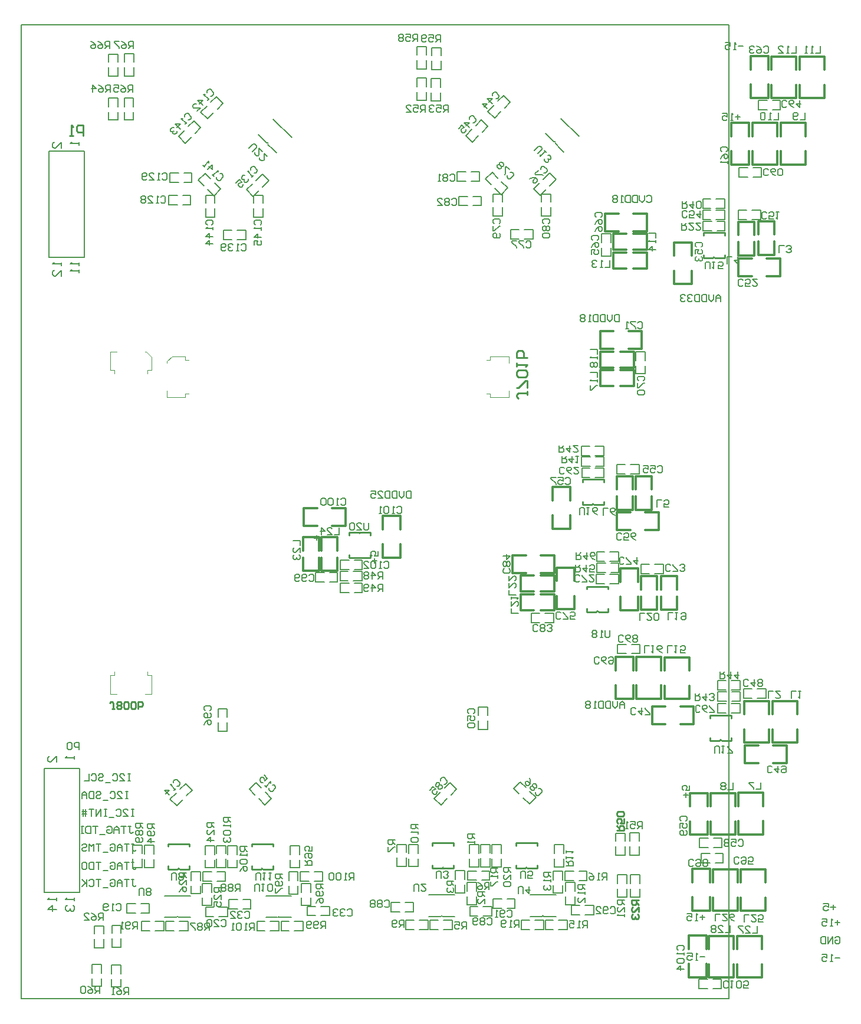
<source format=gbo>
G04 Layer_Color=32896*
%FSLAX23Y23*%
%MOIN*%
G70*
G01*
G75*
%ADD39C,0.012*%
%ADD40C,0.008*%
%ADD41C,0.010*%
%ADD42C,0.008*%
%ADD109C,0.004*%
D39*
X4247Y1683D02*
X4387D01*
X4247Y1448D02*
X4387D01*
Y1608D02*
Y1683D01*
X4247Y1608D02*
Y1683D01*
Y1448D02*
Y1523D01*
X4387Y1448D02*
Y1523D01*
X3487Y2196D02*
Y2271D01*
X3387Y2196D02*
Y2271D01*
Y2356D02*
Y2431D01*
X3487Y2356D02*
Y2431D01*
X3387Y2196D02*
X3487D01*
X3387Y2431D02*
X3487D01*
X3706Y2197D02*
Y2272D01*
X3616Y2197D02*
Y2272D01*
Y2312D02*
Y2387D01*
X3706Y2312D02*
Y2387D01*
X3616Y2197D02*
X3706D01*
X3616Y2387D02*
X3706D01*
X3505Y2312D02*
Y2387D01*
X3595Y2312D02*
Y2387D01*
Y2197D02*
Y2272D01*
X3505Y2197D02*
Y2272D01*
Y2387D02*
X3595D01*
X3505Y2197D02*
X3595D01*
X3128Y2201D02*
Y2276D01*
X3028Y2201D02*
Y2276D01*
Y2361D02*
Y2436D01*
X3128Y2361D02*
Y2436D01*
X3028Y2201D02*
X3128D01*
X3028Y2436D02*
X3128D01*
X3726Y1652D02*
X3801D01*
X3726Y1552D02*
X3801D01*
X3566D02*
X3641D01*
X3566Y1652D02*
X3641D01*
X3801Y1552D02*
Y1652D01*
X3566Y1552D02*
Y1652D01*
X4091Y1330D02*
X4166D01*
X4091Y1430D02*
X4166D01*
X4251D02*
X4326D01*
X4251Y1330D02*
X4326D01*
X4091D02*
Y1430D01*
X4326Y1330D02*
Y1430D01*
X4256Y4202D02*
Y4277D01*
X4166Y4202D02*
Y4277D01*
Y4317D02*
Y4392D01*
X4256Y4317D02*
Y4392D01*
X4166Y4202D02*
X4256D01*
X4166Y4392D02*
X4256D01*
X4055Y4314D02*
Y4389D01*
X4145Y4314D02*
Y4389D01*
Y4199D02*
Y4274D01*
X4055Y4199D02*
Y4274D01*
Y4389D02*
X4145D01*
X4055Y4199D02*
X4145D01*
X4055Y4080D02*
X4130D01*
X4055Y4180D02*
X4130D01*
X4215D02*
X4290D01*
X4215Y4080D02*
X4290D01*
X4055D02*
Y4180D01*
X4290Y4080D02*
Y4180D01*
X3002Y2816D02*
Y2891D01*
X3102Y2816D02*
Y2891D01*
Y2656D02*
Y2731D01*
X3002Y2656D02*
Y2731D01*
Y2891D02*
X3102D01*
X3002Y2656D02*
X3102D01*
X3563Y2763D02*
Y2838D01*
X3473Y2763D02*
Y2838D01*
Y2878D02*
Y2953D01*
X3563Y2878D02*
Y2953D01*
X3473Y2763D02*
X3563D01*
X3473Y2953D02*
X3563D01*
X3368Y2648D02*
X3443D01*
X3368Y2748D02*
X3443D01*
X3528D02*
X3603D01*
X3528Y2648D02*
X3603D01*
X3368D02*
Y2748D01*
X3603Y2648D02*
Y2748D01*
X3368Y2878D02*
Y2953D01*
X3458Y2878D02*
Y2953D01*
Y2763D02*
Y2838D01*
X3368Y2763D02*
Y2838D01*
Y2953D02*
X3458D01*
X3368Y2763D02*
X3458D01*
X3272Y3670D02*
X3347D01*
X3272Y3770D02*
X3347D01*
X3432D02*
X3507D01*
X3432Y3670D02*
X3507D01*
X3272D02*
Y3770D01*
X3507Y3670D02*
Y3770D01*
X3272Y3460D02*
X3347D01*
X3272Y3550D02*
X3347D01*
X3387D02*
X3462D01*
X3387Y3460D02*
X3462D01*
X3272D02*
Y3550D01*
X3462Y3460D02*
Y3550D01*
X3387Y3655D02*
X3462D01*
X3387Y3565D02*
X3462D01*
X3272D02*
X3347D01*
X3272Y3655D02*
X3347D01*
X3462Y3565D02*
Y3655D01*
X3272Y3565D02*
Y3655D01*
X3460Y1696D02*
Y1771D01*
X3360Y1696D02*
Y1771D01*
Y1856D02*
Y1931D01*
X3460Y1856D02*
Y1931D01*
X3360Y1696D02*
X3460D01*
X3360Y1931D02*
X3460D01*
X3461Y4435D02*
X3536D01*
X3461Y4335D02*
X3536D01*
X3301D02*
X3376D01*
X3301Y4435D02*
X3376D01*
X3536Y4335D02*
Y4435D01*
X3301Y4335D02*
Y4435D01*
X3461Y4215D02*
X3536D01*
X3461Y4125D02*
X3536D01*
X3346D02*
X3421D01*
X3346Y4215D02*
X3421D01*
X3536Y4125D02*
Y4215D01*
X3346Y4125D02*
Y4215D01*
Y4230D02*
X3421D01*
X3346Y4320D02*
X3421D01*
X3461D02*
X3536D01*
X3461Y4230D02*
X3536D01*
X3346D02*
Y4320D01*
X3536Y4230D02*
Y4320D01*
X4222Y5089D02*
Y5164D01*
X4122Y5089D02*
Y5164D01*
Y5249D02*
Y5324D01*
X4222Y5249D02*
Y5324D01*
X4122Y5089D02*
X4222D01*
X4122Y5324D02*
X4222D01*
X4012Y4872D02*
Y4947D01*
X4112Y4872D02*
Y4947D01*
Y4712D02*
Y4787D01*
X4012Y4712D02*
Y4787D01*
Y4947D02*
X4112D01*
X4012Y4712D02*
X4112D01*
X3781Y1088D02*
Y1163D01*
X3881Y1088D02*
Y1163D01*
Y928D02*
Y1003D01*
X3781Y928D02*
Y1003D01*
Y1163D02*
X3881D01*
X3781Y928D02*
X3881D01*
X3690Y4198D02*
Y4273D01*
X3790Y4198D02*
Y4273D01*
Y4038D02*
Y4113D01*
X3690Y4038D02*
Y4113D01*
Y4273D02*
X3790D01*
X3690Y4038D02*
X3790D01*
X4086Y1448D02*
X4226D01*
X4086Y1683D02*
X4226D01*
X4086Y1448D02*
Y1523D01*
X4226Y1448D02*
Y1523D01*
Y1608D02*
Y1683D01*
X4086Y1608D02*
Y1683D01*
X4055Y929D02*
X4195D01*
X4055Y1164D02*
X4195D01*
X4055Y929D02*
Y1004D01*
X4195Y929D02*
Y1004D01*
Y1089D02*
Y1164D01*
X4055Y1089D02*
Y1164D01*
X3898Y1163D02*
X4038D01*
X3898Y928D02*
X4038D01*
Y1088D02*
Y1163D01*
X3898Y1088D02*
Y1163D01*
Y928D02*
Y1003D01*
X4038Y928D02*
Y1003D01*
X4295Y4712D02*
X4435D01*
X4295Y4947D02*
X4435D01*
X4295Y4712D02*
Y4787D01*
X4435Y4712D02*
Y4787D01*
Y4872D02*
Y4947D01*
X4295Y4872D02*
Y4947D01*
X4135D02*
X4275D01*
X4135Y4712D02*
X4275D01*
Y4872D02*
Y4947D01*
X4135Y4872D02*
Y4947D01*
Y4712D02*
Y4787D01*
X4275Y4712D02*
Y4787D01*
X4399Y5087D02*
X4539D01*
X4399Y5322D02*
X4539D01*
X4399Y5087D02*
Y5162D01*
X4539Y5087D02*
Y5162D01*
Y5247D02*
Y5322D01*
X4399Y5247D02*
Y5322D01*
X4241Y5323D02*
X4381D01*
X4241Y5088D02*
X4381D01*
Y5248D02*
Y5323D01*
X4241Y5248D02*
Y5323D01*
Y5088D02*
Y5163D01*
X4381Y5088D02*
Y5163D01*
X3638Y1929D02*
X3778D01*
X3638Y1694D02*
X3778D01*
Y1854D02*
Y1929D01*
X3638Y1854D02*
Y1929D01*
Y1694D02*
Y1769D01*
X3778Y1694D02*
Y1769D01*
X3476Y1696D02*
X3616D01*
X3476Y1931D02*
X3616D01*
X3476Y1696D02*
Y1771D01*
X3616Y1696D02*
Y1771D01*
Y1856D02*
Y1931D01*
X3476Y1856D02*
Y1931D01*
X1595Y2533D02*
Y2608D01*
X1685Y2533D02*
Y2608D01*
Y2418D02*
Y2493D01*
X1595Y2418D02*
Y2493D01*
Y2608D02*
X1685D01*
X1595Y2418D02*
X1685D01*
X2043Y2652D02*
Y2727D01*
X2143Y2652D02*
Y2727D01*
Y2492D02*
Y2567D01*
X2043Y2492D02*
Y2567D01*
Y2727D02*
X2143D01*
X2043Y2492D02*
X2143D01*
X1758Y2772D02*
X1833D01*
X1758Y2672D02*
X1833D01*
X1598D02*
X1673D01*
X1598Y2772D02*
X1673D01*
X1833Y2672D02*
Y2772D01*
X1598Y2672D02*
Y2772D01*
X1788Y2418D02*
Y2493D01*
X1698Y2418D02*
Y2493D01*
Y2533D02*
Y2608D01*
X1788Y2533D02*
Y2608D01*
X1698Y2418D02*
X1788D01*
X1698Y2608D02*
X1788D01*
X2938Y2504D02*
X3013D01*
X2938Y2404D02*
X3013D01*
X2778D02*
X2853D01*
X2778Y2504D02*
X2853D01*
X3013Y2404D02*
Y2504D01*
X2778Y2404D02*
Y2504D01*
X2937Y2285D02*
X3012D01*
X2937Y2195D02*
X3012D01*
X2822D02*
X2897D01*
X2822Y2285D02*
X2897D01*
X3012Y2195D02*
Y2285D01*
X2822Y2195D02*
Y2285D01*
X3874Y122D02*
Y197D01*
X3774Y122D02*
Y197D01*
Y282D02*
Y357D01*
X3874Y282D02*
Y357D01*
X3774Y122D02*
X3874D01*
X3774Y357D02*
X3874D01*
X4046Y121D02*
X4186D01*
X4046Y356D02*
X4186D01*
X4046Y121D02*
Y196D01*
X4186Y121D02*
Y196D01*
Y281D02*
Y356D01*
X4046Y281D02*
Y356D01*
X3893Y499D02*
Y574D01*
X3793Y499D02*
Y574D01*
Y659D02*
Y734D01*
X3893Y659D02*
Y734D01*
X3793Y499D02*
X3893D01*
X3793Y734D02*
X3893D01*
X4068Y732D02*
X4208D01*
X4068Y497D02*
X4208D01*
Y657D02*
Y732D01*
X4068Y657D02*
Y732D01*
Y497D02*
Y572D01*
X4208Y497D02*
Y572D01*
X3910Y498D02*
X4050D01*
X3910Y733D02*
X4050D01*
X3910Y498D02*
Y573D01*
X4050Y498D02*
Y573D01*
Y658D02*
Y733D01*
X3910Y658D02*
Y733D01*
X3888Y356D02*
X4028D01*
X3888Y121D02*
X4028D01*
Y281D02*
Y356D01*
X3888Y281D02*
Y356D01*
Y121D02*
Y196D01*
X4028Y121D02*
Y196D01*
X2822Y2300D02*
X2897D01*
X2822Y2390D02*
X2897D01*
X2937D02*
X3012D01*
X2937Y2300D02*
X3012D01*
X2822D02*
Y2390D01*
X3012Y2300D02*
Y2390D01*
D40*
X889Y460D02*
G03*
X876Y460I-6J0D01*
G01*
X1461D02*
G03*
X1448Y460I-6J0D01*
G01*
X1395Y4825D02*
G03*
X1386Y4834I-5J5D01*
G01*
X2955Y465D02*
G03*
X2942Y465I-6J0D01*
G01*
X2383Y465D02*
G03*
X2370Y465I-6J0D01*
G01*
X3019Y4831D02*
G03*
X3010Y4840I-5J5D01*
G01*
X548Y4964D02*
Y5009D01*
X495Y4964D02*
Y5009D01*
Y5089D02*
X495Y5039D01*
X548D02*
Y5089D01*
X495Y4964D02*
X548D01*
X495Y5089D02*
X548Y5089D01*
X494Y5290D02*
Y5335D01*
X547Y5290D02*
Y5335D01*
X547Y5260D02*
X547Y5210D01*
X494Y5210D02*
Y5260D01*
X494Y5335D02*
X547D01*
X494Y5210D02*
X547Y5210D01*
X2237Y5332D02*
Y5377D01*
X2290Y5332D02*
Y5377D01*
X2290Y5302D02*
X2290Y5252D01*
X2237Y5252D02*
Y5302D01*
X2237Y5377D02*
X2290D01*
X2237Y5252D02*
X2290Y5252D01*
X3441Y892D02*
Y937D01*
X3494Y892D02*
Y937D01*
X3494Y862D02*
X3494Y812D01*
X3441Y812D02*
Y862D01*
X3441Y937D02*
X3494D01*
X3441Y812D02*
X3494Y812D01*
X2371Y5073D02*
Y5118D01*
X2318Y5073D02*
Y5118D01*
Y5198D02*
X2318Y5148D01*
X2371D02*
Y5198D01*
X2318Y5073D02*
X2371D01*
X2318Y5198D02*
X2371Y5198D01*
X2290Y5075D02*
Y5120D01*
X2237Y5075D02*
Y5120D01*
Y5200D02*
X2237Y5150D01*
X2290D02*
Y5200D01*
X2237Y5075D02*
X2290D01*
X2237Y5200D02*
X2290Y5200D01*
X2320Y5328D02*
Y5373D01*
X2373Y5328D02*
Y5373D01*
X2373Y5298D02*
X2373Y5248D01*
X2320Y5248D02*
Y5298D01*
X2320Y5373D02*
X2373D01*
X2320Y5248D02*
X2373Y5248D01*
X563Y68D02*
Y113D01*
X510Y68D02*
Y113D01*
Y193D02*
X510Y143D01*
X563D02*
Y193D01*
X510Y68D02*
X563D01*
X510Y193D02*
X563Y193D01*
X453Y70D02*
Y115D01*
X400Y70D02*
Y115D01*
Y195D02*
X400Y145D01*
X453D02*
Y195D01*
X400Y70D02*
X453D01*
X400Y195D02*
X453Y195D01*
X585Y5292D02*
Y5337D01*
X638Y5292D02*
Y5337D01*
X638Y5262D02*
X638Y5212D01*
X585Y5212D02*
Y5262D01*
X585Y5337D02*
X638D01*
X585Y5212D02*
X638Y5212D01*
X635Y4964D02*
Y5009D01*
X582Y4964D02*
Y5009D01*
Y5089D02*
X582Y5039D01*
X635D02*
Y5089D01*
X582Y4964D02*
X635D01*
X582Y5089D02*
X635Y5089D01*
X3360Y890D02*
Y935D01*
X3413Y890D02*
Y935D01*
X3413Y860D02*
X3413Y810D01*
X3360Y810D02*
Y860D01*
X3360Y935D02*
X3413D01*
X3360Y810D02*
X3413Y810D01*
X3498Y575D02*
Y620D01*
X3445Y575D02*
Y620D01*
Y700D02*
X3445Y650D01*
X3498D02*
Y700D01*
X3445Y575D02*
X3498D01*
X3445Y700D02*
X3498Y700D01*
X3422Y575D02*
Y620D01*
X3369Y575D02*
Y620D01*
Y700D02*
X3369Y650D01*
X3422D02*
Y700D01*
X3369Y575D02*
X3422D01*
X3369Y700D02*
X3422Y700D01*
X512Y370D02*
Y415D01*
X565Y370D02*
Y415D01*
X565Y340D02*
X565Y290D01*
X512Y290D02*
Y340D01*
X512Y415D02*
X565D01*
X512Y290D02*
X565Y290D01*
X413Y367D02*
Y412D01*
X466Y367D02*
Y412D01*
X466Y337D02*
X466Y287D01*
X413Y287D02*
Y337D01*
X413Y412D02*
X466D01*
X413Y287D02*
X466Y287D01*
X2583Y1523D02*
X2636D01*
X2583Y1648D02*
X2636D01*
X2583Y1523D02*
Y1573D01*
X2636Y1523D02*
Y1573D01*
Y1603D02*
Y1648D01*
X2583Y1603D02*
Y1648D01*
X1112Y1592D02*
Y1637D01*
X1165Y1592D02*
Y1637D01*
Y1512D02*
Y1562D01*
X1112Y1512D02*
Y1562D01*
X1112Y1637D02*
X1165D01*
X1112Y1512D02*
X1165D01*
X1078Y528D02*
Y573D01*
X1025Y528D02*
Y573D01*
Y603D02*
Y653D01*
X1078Y603D02*
Y653D01*
X1025Y528D02*
X1078D01*
X1025Y653D02*
X1078Y653D01*
X1013Y594D02*
Y639D01*
X960Y594D02*
Y639D01*
Y669D02*
Y719D01*
X1013Y669D02*
Y719D01*
X960Y594D02*
X1013D01*
X960Y719D02*
X1013Y719D01*
X810Y582D02*
X838D01*
X927D02*
X956D01*
X810Y460D02*
X838D01*
X928D02*
X956D01*
X889D02*
X928D01*
X838D02*
X876D01*
X838Y582D02*
X927D01*
X1108Y718D02*
X1153D01*
X1108Y665D02*
X1153D01*
X1028D02*
X1078Y665D01*
X1028Y718D02*
X1078D01*
X1153Y665D02*
Y718D01*
X1028Y718D02*
X1028Y665D01*
X1469Y386D02*
X1514D01*
X1469Y439D02*
X1514D01*
X1544Y439D02*
X1594Y439D01*
X1544Y386D02*
X1594D01*
X1469D02*
Y439D01*
X1594Y386D02*
Y439D01*
X1333Y386D02*
X1378D01*
X1333Y439D02*
X1378D01*
X1408Y439D02*
X1458Y439D01*
X1408Y386D02*
X1458D01*
X1333D02*
Y439D01*
X1458Y386D02*
Y439D01*
X1382Y582D02*
X1410D01*
X1499D02*
X1528D01*
X1382Y460D02*
X1410D01*
X1500D02*
X1528D01*
X1461D02*
X1500D01*
X1410D02*
X1448D01*
X1410Y582D02*
X1499D01*
X1565Y593D02*
Y638D01*
X1512Y593D02*
Y638D01*
Y668D02*
Y718D01*
X1565Y668D02*
Y718D01*
X1512Y593D02*
X1565D01*
X1512Y718D02*
X1565Y718D01*
X1617Y470D02*
X1662D01*
X1617Y523D02*
X1662D01*
X1692Y523D02*
X1742Y523D01*
X1692Y470D02*
X1742D01*
X1617D02*
Y523D01*
X1742D02*
X1742Y470D01*
X1658Y717D02*
X1703D01*
X1658Y664D02*
X1703D01*
X1578D02*
X1628Y664D01*
X1578Y717D02*
X1628D01*
X1703Y664D02*
Y717D01*
X1578Y717D02*
X1578Y664D01*
X817Y386D02*
X862D01*
X817Y439D02*
X862D01*
X892Y439D02*
X942Y439D01*
X892Y386D02*
X942D01*
X817D02*
Y439D01*
X942Y386D02*
Y439D01*
X681Y386D02*
X726D01*
X681Y439D02*
X726D01*
X756Y439D02*
X806Y439D01*
X756Y386D02*
X806D01*
X681D02*
Y439D01*
X806Y386D02*
Y439D01*
X1252Y560D02*
X1297D01*
X1252Y507D02*
X1297D01*
X1172D02*
X1222Y507D01*
X1172Y560D02*
X1222D01*
X1297Y507D02*
Y560D01*
X1172Y560D02*
X1172Y507D01*
X1042Y464D02*
X1087D01*
X1042Y517D02*
X1087D01*
X1117Y517D02*
X1167Y517D01*
X1117Y464D02*
X1167D01*
X1042D02*
Y517D01*
X1167D02*
X1167Y464D01*
X677Y539D02*
X722D01*
X677Y486D02*
X722D01*
X597D02*
X647Y486D01*
X597Y539D02*
X647D01*
X722Y486D02*
Y539D01*
X597Y539D02*
X597Y486D01*
X1219Y741D02*
Y786D01*
X1166Y741D02*
Y786D01*
Y816D02*
Y866D01*
X1219Y816D02*
Y866D01*
X1166Y741D02*
X1219D01*
X1166Y866D02*
X1219Y866D01*
X1103Y821D02*
Y866D01*
X1156Y821D02*
Y866D01*
Y741D02*
Y791D01*
X1103Y741D02*
Y791D01*
X1103Y866D02*
X1156D01*
X1103Y741D02*
X1156D01*
X1093D02*
Y786D01*
X1040Y741D02*
Y786D01*
Y816D02*
Y866D01*
X1093Y816D02*
Y866D01*
X1040Y741D02*
X1093D01*
X1040Y866D02*
X1093Y866D01*
X749Y742D02*
Y787D01*
X696Y742D02*
Y787D01*
Y817D02*
Y867D01*
X749Y817D02*
Y867D01*
X696Y742D02*
X749D01*
X696Y867D02*
X749Y867D01*
X631Y822D02*
Y867D01*
X684Y822D02*
Y867D01*
Y742D02*
Y792D01*
X631Y742D02*
Y792D01*
X631Y867D02*
X684D01*
X631Y742D02*
X684D01*
X898Y1185D02*
X930Y1216D01*
X935Y1147D02*
X967Y1179D01*
X879Y1090D02*
X914Y1126D01*
X841Y1128D02*
X877Y1163D01*
X930Y1216D02*
X967Y1179D01*
X841Y1128D02*
X879Y1090D01*
X1289Y1184D02*
X1321Y1152D01*
X1327Y1221D02*
X1358Y1190D01*
X1380Y1168D02*
X1415Y1133D01*
X1342Y1131D02*
X1378Y1096D01*
X1289Y1184D02*
X1327Y1221D01*
X1378Y1096D02*
X1415Y1133D01*
X1636Y527D02*
Y572D01*
X1583Y527D02*
Y572D01*
Y602D02*
Y652D01*
X1636Y602D02*
Y652D01*
X1583Y527D02*
X1636D01*
X1583Y652D02*
X1636Y652D01*
X1572Y741D02*
Y786D01*
X1519Y741D02*
Y786D01*
Y816D02*
Y866D01*
X1572Y816D02*
Y866D01*
X1519Y741D02*
X1572D01*
X1519Y866D02*
X1572Y866D01*
X1270Y4287D02*
Y4340D01*
X1145Y4287D02*
Y4340D01*
X1220Y4287D02*
X1270D01*
X1220Y4340D02*
X1270Y4340D01*
X1145D02*
X1190D01*
X1145Y4287D02*
X1190D01*
X889Y4870D02*
X926Y4833D01*
X977Y4959D02*
X1015Y4921D01*
X889Y4870D02*
X924Y4906D01*
X926Y4833D02*
X962Y4868D01*
X983Y4889D02*
X1015Y4921D01*
X945Y4927D02*
X977Y4959D01*
X1015Y5007D02*
X1052Y4970D01*
X1103Y5096D02*
X1141Y5058D01*
X1015Y5007D02*
X1050Y5043D01*
X1052Y4970D02*
X1088Y5005D01*
X1109Y5026D02*
X1141Y5058D01*
X1071Y5064D02*
X1103Y5096D01*
X1090Y4536D02*
X1127Y4574D01*
X1001Y4625D02*
X1039Y4662D01*
X1054Y4572D02*
X1090Y4536D01*
X1092Y4609D02*
X1127Y4574D01*
X1039Y4662D02*
X1070Y4630D01*
X1001Y4625D02*
X1033Y4593D01*
X1362Y4659D02*
X1400Y4621D01*
X1274Y4570D02*
X1311Y4533D01*
X1364Y4586D02*
X1400Y4621D01*
X1327Y4623D02*
X1362Y4659D01*
X1274Y4570D02*
X1306Y4602D01*
X1311Y4533D02*
X1343Y4565D01*
X1445Y4947D02*
X1509Y4884D01*
X1360Y4861D02*
X1386Y4834D01*
X1395Y4825D02*
X1423Y4797D01*
X1443Y4777D01*
X1340Y4881D02*
X1360Y4861D01*
X1509Y4884D02*
X1529Y4864D01*
X1425Y4967D02*
X1445Y4947D01*
X839Y4666D02*
X839Y4613D01*
X964D02*
Y4666D01*
X839Y4666D02*
X889D01*
X839Y4613D02*
X889Y4613D01*
X919Y4613D02*
X964D01*
X919Y4666D02*
X964D01*
X833Y4537D02*
X833Y4484D01*
X958D02*
Y4537D01*
X833Y4537D02*
X883D01*
X833Y4484D02*
X883Y4484D01*
X913Y4484D02*
X958D01*
X913Y4537D02*
X958D01*
X1042Y4414D02*
X1095D01*
X1042Y4539D02*
X1095D01*
X1042Y4414D02*
Y4464D01*
X1095Y4414D02*
Y4464D01*
Y4494D02*
Y4539D01*
X1042Y4494D02*
Y4539D01*
X1315Y4414D02*
X1368D01*
X1315Y4539D02*
X1368D01*
X1315Y4414D02*
Y4464D01*
X1368Y4414D02*
Y4464D01*
Y4494D02*
Y4539D01*
X1315Y4494D02*
Y4539D01*
X3252Y2472D02*
X3297D01*
X3252Y2525D02*
X3297D01*
X3327D02*
X3377D01*
X3327Y2472D02*
X3377D01*
X3252D02*
Y2525D01*
X3377Y2472D02*
Y2525D01*
X2125Y827D02*
Y872D01*
X2178Y827D02*
Y872D01*
Y747D02*
Y797D01*
X2125Y747D02*
Y797D01*
Y872D02*
X2178D01*
X2125Y747D02*
X2178D01*
X2175Y391D02*
X2220D01*
X2175Y444D02*
X2220D01*
X2250D02*
X2300D01*
X2250Y391D02*
X2300D01*
X2175D02*
Y444D01*
X2300Y391D02*
Y444D01*
X2904Y587D02*
X2993D01*
X2904Y465D02*
X2942D01*
X2955D02*
X2994D01*
X3022D01*
X2876D02*
X2904D01*
X2993Y587D02*
X3022D01*
X2876D02*
X2904D01*
X2713Y746D02*
Y791D01*
X2660Y746D02*
Y791D01*
Y821D02*
Y871D01*
X2713Y821D02*
Y871D01*
X2660Y746D02*
X2713D01*
X2660Y871D02*
X2713D01*
X2243Y747D02*
Y792D01*
X2190Y747D02*
Y792D01*
Y822D02*
Y872D01*
X2243Y822D02*
Y872D01*
X2190Y747D02*
X2243D01*
X2190Y872D02*
X2243D01*
X2587Y746D02*
Y791D01*
X2534Y746D02*
Y791D01*
Y821D02*
Y871D01*
X2587Y821D02*
Y871D01*
X2534Y746D02*
X2587D01*
X2534Y871D02*
X2587D01*
X2572Y533D02*
Y578D01*
X2519Y533D02*
Y578D01*
Y608D02*
Y658D01*
X2572Y608D02*
Y658D01*
X2519Y533D02*
X2572D01*
X2519Y658D02*
X2572D01*
X2507Y599D02*
Y644D01*
X2454Y599D02*
Y644D01*
Y674D02*
Y724D01*
X2507Y674D02*
Y724D01*
X2454Y599D02*
X2507D01*
X2454Y724D02*
X2507D01*
X2311Y391D02*
X2356D01*
X2311Y444D02*
X2356D01*
X2386D02*
X2436D01*
X2386Y391D02*
X2436D01*
X2311D02*
Y444D01*
X2436Y391D02*
Y444D01*
X2602Y723D02*
X2647D01*
X2602Y670D02*
X2647D01*
X2522D02*
X2572D01*
X2522Y723D02*
X2572D01*
X2647Y670D02*
Y723D01*
X2522Y670D02*
Y723D01*
X3130Y532D02*
Y577D01*
X3077Y532D02*
Y577D01*
Y607D02*
Y657D01*
X3130Y607D02*
Y657D01*
X3077Y532D02*
X3130D01*
X3077Y657D02*
X3130D01*
X3059Y598D02*
Y643D01*
X3006Y598D02*
Y643D01*
Y673D02*
Y723D01*
X3059Y673D02*
Y723D01*
X3006Y598D02*
X3059D01*
X3006Y723D02*
X3059D01*
X2963Y391D02*
X3008D01*
X2963Y444D02*
X3008D01*
X3038D02*
X3088D01*
X3038Y391D02*
X3088D01*
X2963D02*
Y444D01*
X3088Y391D02*
Y444D01*
X3152Y722D02*
X3197D01*
X3152Y669D02*
X3197D01*
X3072D02*
X3122D01*
X3072Y722D02*
X3122D01*
X3197Y669D02*
Y722D01*
X3072Y669D02*
Y722D01*
X2827Y391D02*
X2872D01*
X2827Y444D02*
X2872D01*
X2902D02*
X2952D01*
X2902Y391D02*
X2952D01*
X2827D02*
Y444D01*
X2952Y391D02*
Y444D01*
X3066Y746D02*
Y791D01*
X3013Y746D02*
Y791D01*
Y821D02*
Y871D01*
X3066Y821D02*
Y871D01*
X3013Y746D02*
X3066D01*
X3013Y871D02*
X3066D01*
X2597Y826D02*
Y871D01*
X2650Y826D02*
Y871D01*
Y746D02*
Y796D01*
X2597Y746D02*
Y796D01*
Y871D02*
X2650D01*
X2597Y746D02*
X2650D01*
X3252Y2409D02*
Y2462D01*
X3377Y2409D02*
Y2462D01*
X3252D02*
X3302D01*
X3252Y2409D02*
X3302D01*
X3332D02*
X3377D01*
X3332Y2462D02*
X3377D01*
X3376Y2346D02*
Y2399D01*
X3251Y2346D02*
Y2399D01*
X3326Y2346D02*
X3376D01*
X3326Y2399D02*
X3376D01*
X3251D02*
X3296D01*
X3251Y2346D02*
X3296D01*
X3629Y2402D02*
Y2455D01*
X3504Y2402D02*
Y2455D01*
X3579Y2402D02*
X3629D01*
X3579Y2455D02*
X3629D01*
X3504D02*
X3549D01*
X3504Y2402D02*
X3549D01*
X4063Y1745D02*
Y1798D01*
X3938Y1745D02*
Y1798D01*
X4013Y1745D02*
X4063D01*
X4013Y1798D02*
X4063D01*
X3938D02*
X3983D01*
X3938Y1745D02*
X3983D01*
X4210Y1698D02*
Y1751D01*
X4085Y1698D02*
Y1751D01*
X4160Y1698D02*
X4210D01*
X4160Y1751D02*
X4210D01*
X4085D02*
X4130D01*
X4085Y1698D02*
X4130D01*
X3938Y1681D02*
Y1734D01*
X4063Y1681D02*
Y1734D01*
X3938D02*
X3988D01*
X3938Y1681D02*
X3988D01*
X4018D02*
X4063D01*
X4018Y1734D02*
X4063D01*
X4062Y1616D02*
Y1669D01*
X3937Y1616D02*
Y1669D01*
X4012Y1616D02*
X4062D01*
X4012Y1669D02*
X4062D01*
X3937D02*
X3982D01*
X3937Y1616D02*
X3982D01*
X4179Y4403D02*
Y4456D01*
X4054Y4403D02*
Y4456D01*
X4129Y4403D02*
X4179D01*
X4129Y4456D02*
X4179D01*
X4054D02*
X4099D01*
X4054Y4403D02*
X4099D01*
X3492Y2966D02*
Y3019D01*
X3367Y2966D02*
Y3019D01*
X3442Y2966D02*
X3492D01*
X3442Y3019D02*
X3492D01*
X3367D02*
X3412D01*
X3367Y2966D02*
X3412D01*
X3293Y3069D02*
Y3122D01*
X3168Y3069D02*
Y3122D01*
X3243Y3069D02*
X3293D01*
X3243Y3122D02*
X3293D01*
X3168D02*
X3213D01*
X3168Y3069D02*
X3213D01*
X3294Y2946D02*
Y2999D01*
X3169Y2946D02*
Y2999D01*
X3244Y2946D02*
X3294D01*
X3244Y2999D02*
X3294D01*
X3169D02*
X3214D01*
X3169Y2946D02*
X3214D01*
X3168Y3008D02*
Y3061D01*
X3293Y3008D02*
Y3061D01*
X3168D02*
X3218D01*
X3168Y3008D02*
X3218D01*
X3248D02*
X3293D01*
X3248Y3061D02*
X3293D01*
X3475Y3655D02*
X3528D01*
X3475Y3530D02*
X3528D01*
Y3605D02*
Y3655D01*
X3475Y3605D02*
Y3655D01*
Y3530D02*
Y3575D01*
X3528Y3530D02*
Y3575D01*
X3371Y1950D02*
Y2003D01*
X3496Y1950D02*
Y2003D01*
X3371D02*
X3421D01*
X3371Y1950D02*
X3421D01*
X3451D02*
X3496D01*
X3451Y2003D02*
X3496D01*
X3279Y4320D02*
X3332D01*
X3279Y4195D02*
X3332D01*
Y4270D02*
Y4320D01*
X3279Y4270D02*
Y4320D01*
Y4195D02*
Y4240D01*
X3332Y4195D02*
Y4240D01*
X4166Y5021D02*
Y5074D01*
X4291Y5021D02*
Y5074D01*
X4166D02*
X4216D01*
X4166Y5021D02*
X4216D01*
X4246D02*
X4291D01*
X4246Y5074D02*
X4291D01*
X4058Y4642D02*
Y4695D01*
X4183Y4642D02*
Y4695D01*
X4058D02*
X4108D01*
X4058Y4642D02*
X4108D01*
X4138D02*
X4183D01*
X4138Y4695D02*
X4183D01*
X3834Y856D02*
Y909D01*
X3959Y856D02*
Y909D01*
X3834D02*
X3884D01*
X3834Y856D02*
X3884D01*
X3914D02*
X3959D01*
X3914Y909D02*
X3959D01*
X3853Y4338D02*
Y4391D01*
X3978Y4338D02*
Y4391D01*
X3853D02*
X3903D01*
X3853Y4338D02*
X3903D01*
X3933D02*
X3978D01*
X3933Y4391D02*
X3978D01*
Y4401D02*
Y4454D01*
X3853Y4401D02*
Y4454D01*
X3928Y4401D02*
X3978D01*
X3928Y4454D02*
X3978D01*
X3853D02*
X3898D01*
X3853Y4401D02*
X3898D01*
X3978Y4464D02*
Y4517D01*
X3853Y4464D02*
Y4517D01*
X3928Y4464D02*
X3978D01*
X3928Y4517D02*
X3978D01*
X3853D02*
X3898D01*
X3853Y4464D02*
X3898D01*
X1803Y2425D02*
Y2478D01*
X1928Y2425D02*
Y2478D01*
X1803D02*
X1853D01*
X1803Y2425D02*
X1853D01*
X1883D02*
X1928D01*
X1883Y2478D02*
X1928D01*
X1663Y2354D02*
Y2407D01*
X1788Y2354D02*
Y2407D01*
X1663D02*
X1713D01*
X1663Y2354D02*
X1713D01*
X1743D02*
X1788D01*
X1743Y2407D02*
X1788D01*
X1803Y2295D02*
Y2348D01*
X1928Y2295D02*
Y2348D01*
X1803D02*
X1853D01*
X1803Y2295D02*
X1853D01*
X1883D02*
X1928D01*
X1883Y2348D02*
X1928D01*
Y2361D02*
Y2414D01*
X1803Y2361D02*
Y2414D01*
X1878Y2361D02*
X1928D01*
X1878Y2414D02*
X1928D01*
X1803D02*
X1848D01*
X1803Y2361D02*
X1848D01*
X2335Y1133D02*
X2373Y1095D01*
X2424Y1221D02*
X2461Y1184D01*
X2335Y1133D02*
X2371Y1168D01*
X2373Y1095D02*
X2408Y1131D01*
X2429Y1152D02*
X2461Y1184D01*
X2392Y1190D02*
X2424Y1221D01*
X2872Y1101D02*
X2909Y1138D01*
X2783Y1189D02*
X2821Y1226D01*
X2836Y1136D02*
X2872Y1101D01*
X2874Y1173D02*
X2909Y1138D01*
X2821Y1226D02*
X2852Y1195D01*
X2783Y1189D02*
X2815Y1157D01*
X2304Y587D02*
X2332D01*
X2421D02*
X2450D01*
X2304Y465D02*
X2332D01*
X2422D02*
X2450D01*
X2383D02*
X2422D01*
X2332D02*
X2370D01*
X2332Y587D02*
X2421D01*
X3009Y2126D02*
Y2179D01*
X2884Y2126D02*
Y2179D01*
X2959Y2126D02*
X3009D01*
X2959Y2179D02*
X3009D01*
X2884D02*
X2929D01*
X2884Y2126D02*
X2929D01*
X2091Y491D02*
Y544D01*
X2216Y491D02*
Y544D01*
X2091D02*
X2141D01*
X2091Y491D02*
X2141D01*
X2171D02*
X2216D01*
X2171Y544D02*
X2216D01*
X2661Y469D02*
Y522D01*
X2536Y469D02*
Y522D01*
X2611Y469D02*
X2661D01*
X2611Y522D02*
X2661D01*
X2536D02*
X2581D01*
X2536Y469D02*
X2581D01*
X2666Y512D02*
Y565D01*
X2791Y512D02*
Y565D01*
X2666D02*
X2716D01*
X2666Y512D02*
X2716D01*
X2746D02*
X2791D01*
X2746Y565D02*
X2791D01*
X3236Y475D02*
Y528D01*
X3111Y475D02*
Y528D01*
X3186Y475D02*
X3236D01*
X3186Y528D02*
X3236D01*
X3111D02*
X3156D01*
X3111Y475D02*
X3156D01*
X3831Y58D02*
Y111D01*
X3956Y58D02*
Y111D01*
X3831D02*
X3881D01*
X3831Y58D02*
X3881D01*
X3911D02*
X3956D01*
X3911Y111D02*
X3956D01*
X3842Y769D02*
Y822D01*
X3967Y769D02*
Y822D01*
X3842D02*
X3892D01*
X3842Y769D02*
X3892D01*
X3922D02*
X3967D01*
X3922Y822D02*
X3967D01*
X3049Y4973D02*
X3069Y4953D01*
X3132Y4890D02*
X3153Y4870D01*
X2963Y4887D02*
X2983Y4867D01*
X3047Y4803D02*
X3067Y4783D01*
X3019Y4831D02*
X3047Y4803D01*
X2983Y4867D02*
X3010Y4840D01*
X3069Y4953D02*
X3132Y4890D01*
X2554Y4533D02*
X2599D01*
X2554Y4480D02*
X2599D01*
X2474D02*
X2524D01*
X2474Y4533D02*
X2524D01*
X2599Y4480D02*
Y4533D01*
X2474Y4480D02*
Y4533D01*
X2544Y4672D02*
X2589D01*
X2544Y4619D02*
X2589D01*
X2464D02*
X2514D01*
X2464Y4672D02*
X2514D01*
X2589Y4619D02*
Y4672D01*
X2464Y4619D02*
Y4672D01*
X2939Y4500D02*
Y4545D01*
X2992Y4500D02*
Y4545D01*
Y4420D02*
Y4470D01*
X2939Y4420D02*
Y4470D01*
Y4545D02*
X2992D01*
X2939Y4420D02*
X2992D01*
X2666Y4500D02*
Y4545D01*
X2719Y4500D02*
Y4545D01*
Y4420D02*
Y4470D01*
X2666Y4420D02*
Y4470D01*
Y4545D02*
X2719D01*
X2666Y4420D02*
X2719D01*
X2625Y4631D02*
X2657Y4599D01*
X2662Y4668D02*
X2694Y4636D01*
X2715Y4615D02*
X2751Y4580D01*
X2678Y4578D02*
X2713Y4542D01*
X2625Y4631D02*
X2662Y4668D01*
X2713Y4542D02*
X2751Y4580D01*
X2768Y4293D02*
X2813D01*
X2768Y4346D02*
X2813D01*
X2843D02*
X2893D01*
X2843Y4293D02*
X2893D01*
X2768D02*
Y4346D01*
X2893Y4293D02*
Y4346D01*
X2935Y4539D02*
X2967Y4571D01*
X2898Y4576D02*
X2929Y4608D01*
X2951Y4629D02*
X2986Y4665D01*
X2988Y4592D02*
X3023Y4627D01*
X2898Y4576D02*
X2935Y4539D01*
X2986Y4665D02*
X3023Y4627D01*
X2512Y4876D02*
X2550Y4839D01*
X2601Y4965D02*
X2638Y4927D01*
X2512Y4876D02*
X2548Y4912D01*
X2550Y4839D02*
X2585Y4874D01*
X2606Y4895D02*
X2638Y4927D01*
X2569Y4933D02*
X2601Y4965D01*
X2638Y5013D02*
X2676Y4976D01*
X2727Y5102D02*
X2764Y5064D01*
X2638Y5013D02*
X2674Y5049D01*
X2676Y4976D02*
X2711Y5011D01*
X2732Y5032D02*
X2764Y5064D01*
X2695Y5070D02*
X2727Y5102D01*
X634Y5369D02*
Y5409D01*
X614D01*
X608Y5402D01*
Y5389D01*
X614Y5382D01*
X634D01*
X621D02*
X608Y5369D01*
X568Y5409D02*
X581Y5402D01*
X595Y5389D01*
Y5376D01*
X588Y5369D01*
X575D01*
X568Y5376D01*
Y5382D01*
X575Y5389D01*
X595D01*
X555Y5409D02*
X528D01*
Y5402D01*
X555Y5376D01*
Y5369D01*
X499Y5369D02*
Y5409D01*
X479D01*
X472Y5402D01*
Y5389D01*
X479Y5382D01*
X499D01*
X486D02*
X472Y5369D01*
X432Y5409D02*
X446Y5402D01*
X459Y5389D01*
Y5376D01*
X452Y5369D01*
X439D01*
X432Y5376D01*
Y5382D01*
X439Y5389D01*
X459D01*
X392Y5409D02*
X406Y5402D01*
X419Y5389D01*
Y5376D01*
X412Y5369D01*
X399D01*
X392Y5376D01*
Y5382D01*
X399Y5389D01*
X419D01*
X631Y5121D02*
Y5161D01*
X611D01*
X604Y5154D01*
Y5141D01*
X611Y5134D01*
X631D01*
X618D02*
X604Y5121D01*
X564Y5161D02*
X578Y5154D01*
X591Y5141D01*
Y5128D01*
X584Y5121D01*
X571D01*
X564Y5128D01*
Y5134D01*
X571Y5141D01*
X591D01*
X524Y5161D02*
X551D01*
Y5141D01*
X538Y5148D01*
X531D01*
X524Y5141D01*
Y5128D01*
X531Y5121D01*
X544D01*
X551Y5128D01*
X504Y5122D02*
Y5162D01*
X484D01*
X477Y5155D01*
Y5142D01*
X484Y5135D01*
X504D01*
X491D02*
X477Y5122D01*
X437Y5162D02*
X451Y5155D01*
X464Y5142D01*
Y5129D01*
X457Y5122D01*
X444D01*
X437Y5129D01*
Y5135D01*
X444Y5142D01*
X464D01*
X404Y5122D02*
Y5162D01*
X424Y5142D01*
X397D01*
X462Y444D02*
Y484D01*
X442D01*
X436Y477D01*
Y464D01*
X442Y457D01*
X462D01*
X449D02*
X436Y444D01*
X396Y484D02*
X409Y477D01*
X423Y464D01*
Y451D01*
X416Y444D01*
X403D01*
X396Y451D01*
Y457D01*
X403Y464D01*
X423D01*
X356Y444D02*
X383D01*
X356Y471D01*
Y477D01*
X363Y484D01*
X376D01*
X383Y477D01*
X608Y24D02*
Y64D01*
X588D01*
X581Y57D01*
Y44D01*
X588Y37D01*
X608D01*
X595D02*
X581Y24D01*
X541Y64D02*
X555Y57D01*
X568Y44D01*
Y31D01*
X561Y24D01*
X548D01*
X541Y31D01*
Y37D01*
X548Y44D01*
X568D01*
X528Y24D02*
X515D01*
X521D01*
Y64D01*
X528Y57D01*
X444Y31D02*
Y71D01*
X424D01*
X417Y64D01*
Y51D01*
X424Y44D01*
X444D01*
X431D02*
X417Y31D01*
X377Y71D02*
X391Y64D01*
X404Y51D01*
Y38D01*
X397Y31D01*
X384D01*
X377Y38D01*
Y44D01*
X384Y51D01*
X404D01*
X364Y64D02*
X357Y71D01*
X344D01*
X337Y64D01*
Y38D01*
X344Y31D01*
X357D01*
X364Y38D01*
Y64D01*
X2369Y5405D02*
Y5445D01*
X2349D01*
X2342Y5438D01*
Y5425D01*
X2349Y5418D01*
X2369D01*
X2356D02*
X2342Y5405D01*
X2303Y5445D02*
X2329D01*
Y5425D01*
X2316Y5432D01*
X2309D01*
X2303Y5425D01*
Y5412D01*
X2309Y5405D01*
X2322D01*
X2329Y5412D01*
X2289D02*
X2283Y5405D01*
X2269D01*
X2263Y5412D01*
Y5438D01*
X2269Y5445D01*
X2283D01*
X2289Y5438D01*
Y5432D01*
X2283Y5425D01*
X2263D01*
X2241Y5409D02*
Y5449D01*
X2221D01*
X2214Y5442D01*
Y5429D01*
X2221Y5422D01*
X2241D01*
X2228D02*
X2214Y5409D01*
X2174Y5449D02*
X2201D01*
Y5429D01*
X2188Y5436D01*
X2181D01*
X2174Y5429D01*
Y5416D01*
X2181Y5409D01*
X2194D01*
X2201Y5416D01*
X2161Y5442D02*
X2154Y5449D01*
X2141D01*
X2134Y5442D01*
Y5436D01*
X2141Y5429D01*
X2134Y5422D01*
Y5416D01*
X2141Y5409D01*
X2154D01*
X2161Y5416D01*
Y5422D01*
X2154Y5429D01*
X2161Y5436D01*
Y5442D01*
X2154Y5429D02*
X2141D01*
X2414Y5009D02*
Y5049D01*
X2394D01*
X2387Y5042D01*
Y5029D01*
X2394Y5022D01*
X2414D01*
X2400D02*
X2387Y5009D01*
X2347Y5049D02*
X2374D01*
Y5029D01*
X2360Y5036D01*
X2354D01*
X2347Y5029D01*
Y5016D01*
X2354Y5009D01*
X2367D01*
X2374Y5016D01*
X2334Y5042D02*
X2327Y5049D01*
X2314D01*
X2307Y5042D01*
Y5036D01*
X2314Y5029D01*
X2320D01*
X2314D01*
X2307Y5022D01*
Y5016D01*
X2314Y5009D01*
X2327D01*
X2334Y5016D01*
X2283Y5008D02*
Y5048D01*
X2263D01*
X2256Y5041D01*
Y5028D01*
X2263Y5021D01*
X2283D01*
X2269D02*
X2256Y5008D01*
X2216Y5048D02*
X2243D01*
Y5028D01*
X2229Y5035D01*
X2223D01*
X2216Y5028D01*
Y5015D01*
X2223Y5008D01*
X2236D01*
X2243Y5015D01*
X2176Y5008D02*
X2203D01*
X2176Y5035D01*
Y5041D01*
X2183Y5048D01*
X2196D01*
X2203Y5041D01*
X3511Y961D02*
Y1001D01*
X3491D01*
X3484Y994D01*
Y981D01*
X3491Y974D01*
X3511D01*
X3498D02*
X3484Y961D01*
X3444Y1001D02*
X3471D01*
Y981D01*
X3458Y988D01*
X3451D01*
X3444Y981D01*
Y968D01*
X3451Y961D01*
X3464D01*
X3471Y968D01*
X3431Y961D02*
X3418D01*
X3424D01*
Y1001D01*
X3431Y994D01*
X3411Y559D02*
X3371D01*
Y539D01*
X3378Y532D01*
X3391D01*
X3398Y539D01*
Y559D01*
Y546D02*
X3411Y532D01*
Y492D02*
Y519D01*
X3384Y492D01*
X3378D01*
X3371Y499D01*
Y512D01*
X3378Y519D01*
X3411Y479D02*
Y466D01*
Y472D01*
X3371D01*
X3378Y479D01*
X1326Y673D02*
Y706D01*
X1333Y713D01*
X1346D01*
X1353Y706D01*
Y673D01*
X1366Y713D02*
X1379D01*
X1373D01*
Y673D01*
X1366Y680D01*
X1399Y713D02*
X1413D01*
X1406D01*
Y673D01*
X1399Y680D01*
X1320Y607D02*
Y640D01*
X1327Y647D01*
X1340D01*
X1347Y640D01*
Y607D01*
X1360Y647D02*
X1373D01*
X1367D01*
Y607D01*
X1360Y614D01*
X1393D02*
X1400Y607D01*
X1413D01*
X1420Y614D01*
Y640D01*
X1413Y647D01*
X1400D01*
X1393Y640D01*
Y614D01*
X850Y671D02*
Y704D01*
X857Y711D01*
X870D01*
X877Y704D01*
Y671D01*
X890Y704D02*
X897Y711D01*
X910D01*
X917Y704D01*
Y678D01*
X910Y671D01*
X897D01*
X890Y678D01*
Y684D01*
X897Y691D01*
X917D01*
X667Y584D02*
Y617D01*
X674Y624D01*
X687D01*
X694Y617D01*
Y584D01*
X707Y591D02*
X714Y584D01*
X727D01*
X734Y591D01*
Y597D01*
X727Y604D01*
X734Y611D01*
Y617D01*
X727Y624D01*
X714D01*
X707Y617D01*
Y611D01*
X714Y604D01*
X707Y597D01*
Y591D01*
X714Y604D02*
X727D01*
X1276Y860D02*
X1236D01*
Y840D01*
X1243Y833D01*
X1256D01*
X1263Y840D01*
Y860D01*
Y847D02*
X1276Y833D01*
Y820D02*
Y807D01*
Y813D01*
X1236D01*
X1243Y820D01*
Y787D02*
X1236Y780D01*
Y767D01*
X1243Y760D01*
X1269D01*
X1276Y767D01*
Y780D01*
X1269Y787D01*
X1243D01*
X1236Y720D02*
X1243Y733D01*
X1256Y747D01*
X1269D01*
X1276Y740D01*
Y727D01*
X1269Y720D01*
X1263D01*
X1256Y727D01*
Y747D01*
X1183Y1024D02*
X1143D01*
Y1004D01*
X1150Y997D01*
X1163D01*
X1170Y1004D01*
Y1024D01*
Y1011D02*
X1183Y997D01*
Y984D02*
Y971D01*
Y977D01*
X1143D01*
X1150Y984D01*
Y951D02*
X1143Y944D01*
Y931D01*
X1150Y924D01*
X1176D01*
X1183Y931D01*
Y944D01*
X1176Y951D01*
X1150D01*
Y911D02*
X1143Y904D01*
Y891D01*
X1150Y884D01*
X1156D01*
X1163Y891D01*
Y897D01*
Y891D01*
X1170Y884D01*
X1176D01*
X1183Y891D01*
Y904D01*
X1176Y911D01*
X1317Y388D02*
Y428D01*
X1297D01*
X1290Y421D01*
Y408D01*
X1297Y401D01*
X1317D01*
X1304D02*
X1290Y388D01*
X1277D02*
X1264D01*
X1270D01*
Y428D01*
X1277Y421D01*
X1244D02*
X1237Y428D01*
X1224D01*
X1217Y421D01*
Y395D01*
X1224Y388D01*
X1237D01*
X1244Y395D01*
Y421D01*
X1204Y388D02*
X1190D01*
X1197D01*
Y428D01*
X1204Y421D01*
X1879Y671D02*
Y711D01*
X1859D01*
X1852Y704D01*
Y691D01*
X1859Y684D01*
X1879D01*
X1866D02*
X1852Y671D01*
X1839D02*
X1826D01*
X1832D01*
Y711D01*
X1839Y704D01*
X1806D02*
X1799Y711D01*
X1786D01*
X1779Y704D01*
Y678D01*
X1786Y671D01*
X1799D01*
X1806Y678D01*
Y704D01*
X1766D02*
X1759Y711D01*
X1746D01*
X1739Y704D01*
Y678D01*
X1746Y671D01*
X1759D01*
X1766Y678D01*
Y704D01*
X1720Y398D02*
Y438D01*
X1700D01*
X1693Y431D01*
Y418D01*
X1700Y411D01*
X1720D01*
X1707D02*
X1693Y398D01*
X1680Y405D02*
X1673Y398D01*
X1660D01*
X1653Y405D01*
Y431D01*
X1660Y438D01*
X1673D01*
X1680Y431D01*
Y425D01*
X1673Y418D01*
X1653D01*
X1640Y405D02*
X1633Y398D01*
X1620D01*
X1613Y405D01*
Y431D01*
X1620Y438D01*
X1633D01*
X1640Y431D01*
Y425D01*
X1633Y418D01*
X1613D01*
X1477Y704D02*
X1437D01*
Y684D01*
X1443Y677D01*
X1457D01*
X1463Y684D01*
Y704D01*
Y691D02*
X1477Y677D01*
X1470Y664D02*
X1477Y657D01*
Y644D01*
X1470Y637D01*
X1443D01*
X1437Y644D01*
Y657D01*
X1443Y664D01*
X1450D01*
X1457Y657D01*
Y637D01*
X1437Y624D02*
Y597D01*
X1443D01*
X1470Y624D01*
X1477D01*
X1707Y648D02*
X1668D01*
Y628D01*
X1674Y621D01*
X1687D01*
X1694Y628D01*
Y648D01*
Y635D02*
X1707Y621D01*
X1701Y608D02*
X1707Y601D01*
Y588D01*
X1701Y581D01*
X1674D01*
X1668Y588D01*
Y601D01*
X1674Y608D01*
X1681D01*
X1687Y601D01*
Y581D01*
X1668Y541D02*
X1674Y555D01*
X1687Y568D01*
X1701D01*
X1707Y561D01*
Y548D01*
X1701Y541D01*
X1694D01*
X1687Y548D01*
Y568D01*
X1604Y755D02*
X1644D01*
Y775D01*
X1638Y782D01*
X1624D01*
X1618Y775D01*
Y755D01*
Y768D02*
X1604Y782D01*
X1611Y795D02*
X1604Y802D01*
Y815D01*
X1611Y822D01*
X1638D01*
X1644Y815D01*
Y802D01*
X1638Y795D01*
X1631D01*
X1624Y802D01*
Y822D01*
X1644Y862D02*
Y835D01*
X1624D01*
X1631Y848D01*
Y855D01*
X1624Y862D01*
X1611D01*
X1604Y855D01*
Y842D01*
X1611Y835D01*
X753Y988D02*
X713D01*
Y968D01*
X720Y961D01*
X733D01*
X740Y968D01*
Y988D01*
Y975D02*
X753Y961D01*
X746Y948D02*
X753Y941D01*
Y928D01*
X746Y921D01*
X720D01*
X713Y928D01*
Y941D01*
X720Y948D01*
X726D01*
X733Y941D01*
Y921D01*
X753Y888D02*
X713D01*
X733Y908D01*
Y881D01*
X658Y396D02*
Y436D01*
X638D01*
X631Y429D01*
Y416D01*
X638Y409D01*
X658D01*
X645D02*
X631Y396D01*
X618Y403D02*
X611Y396D01*
X598D01*
X591Y403D01*
Y429D01*
X598Y436D01*
X611D01*
X618Y429D01*
Y423D01*
X611Y416D01*
X591D01*
X578Y396D02*
X565D01*
X571D01*
Y436D01*
X578Y429D01*
X688Y993D02*
X648D01*
Y973D01*
X655Y966D01*
X668D01*
X675Y973D01*
Y993D01*
Y980D02*
X688Y966D01*
X655Y953D02*
X648Y946D01*
Y933D01*
X655Y926D01*
X661D01*
X668Y933D01*
X675Y926D01*
X681D01*
X688Y933D01*
Y946D01*
X681Y953D01*
X675D01*
X668Y946D01*
X661Y953D01*
X655D01*
X668Y946D02*
Y933D01*
X681Y913D02*
X688Y906D01*
Y893D01*
X681Y886D01*
X655D01*
X648Y893D01*
Y906D01*
X655Y913D01*
X661D01*
X668Y906D01*
Y886D01*
X1237Y609D02*
Y649D01*
X1217D01*
X1210Y642D01*
Y629D01*
X1217Y622D01*
X1237D01*
X1224D02*
X1210Y609D01*
X1197Y642D02*
X1190Y649D01*
X1177D01*
X1170Y642D01*
Y636D01*
X1177Y629D01*
X1170Y622D01*
Y616D01*
X1177Y609D01*
X1190D01*
X1197Y616D01*
Y622D01*
X1190Y629D01*
X1197Y636D01*
Y642D01*
X1190Y629D02*
X1177D01*
X1157Y642D02*
X1150Y649D01*
X1137D01*
X1130Y642D01*
Y636D01*
X1137Y629D01*
X1130Y622D01*
Y616D01*
X1137Y609D01*
X1150D01*
X1157Y616D01*
Y622D01*
X1150Y629D01*
X1157Y636D01*
Y642D01*
X1150Y629D02*
X1137D01*
X1063Y388D02*
Y428D01*
X1043D01*
X1036Y421D01*
Y408D01*
X1043Y401D01*
X1063D01*
X1050D02*
X1036Y388D01*
X1023Y421D02*
X1016Y428D01*
X1003D01*
X996Y421D01*
Y415D01*
X1003Y408D01*
X996Y401D01*
Y395D01*
X1003Y388D01*
X1016D01*
X1023Y395D01*
Y401D01*
X1016Y408D01*
X1023Y415D01*
Y421D01*
X1016Y408D02*
X1003D01*
X983Y428D02*
X956D01*
Y421D01*
X983Y395D01*
Y388D01*
X935Y712D02*
X895D01*
Y692D01*
X902Y685D01*
X915D01*
X922Y692D01*
Y712D01*
Y699D02*
X935Y685D01*
Y645D02*
Y672D01*
X908Y645D01*
X902D01*
X895Y652D01*
Y665D01*
X902Y672D01*
X895Y605D02*
X902Y619D01*
X915Y632D01*
X928D01*
X935Y625D01*
Y612D01*
X928Y605D01*
X922D01*
X915Y612D01*
Y632D01*
X1131Y628D02*
X1091D01*
Y608D01*
X1098Y601D01*
X1111D01*
X1118Y608D01*
Y628D01*
Y615D02*
X1131Y601D01*
Y561D02*
Y588D01*
X1104Y561D01*
X1098D01*
X1091Y568D01*
Y581D01*
X1098Y588D01*
X1091Y521D02*
Y548D01*
X1111D01*
X1104Y535D01*
Y528D01*
X1111Y521D01*
X1124D01*
X1131Y528D01*
Y541D01*
X1124Y548D01*
X1091Y996D02*
X1051D01*
Y976D01*
X1058Y969D01*
X1071D01*
X1078Y976D01*
Y996D01*
Y983D02*
X1091Y969D01*
Y929D02*
Y956D01*
X1064Y929D01*
X1058D01*
X1051Y936D01*
Y949D01*
X1058Y956D01*
X1091Y896D02*
X1051D01*
X1071Y916D01*
Y889D01*
X1041Y1627D02*
X1034Y1634D01*
Y1647D01*
X1041Y1654D01*
X1067D01*
X1074Y1647D01*
Y1634D01*
X1067Y1627D01*
Y1614D02*
X1074Y1607D01*
Y1594D01*
X1067Y1587D01*
X1041D01*
X1034Y1594D01*
Y1607D01*
X1041Y1614D01*
X1047D01*
X1054Y1607D01*
Y1587D01*
X1034Y1547D02*
X1041Y1561D01*
X1054Y1574D01*
X1067D01*
X1074Y1567D01*
Y1554D01*
X1067Y1547D01*
X1061D01*
X1054Y1554D01*
Y1574D01*
X1843Y500D02*
X1850Y507D01*
X1863D01*
X1870Y500D01*
Y473D01*
X1863Y467D01*
X1850D01*
X1843Y473D01*
X1830Y500D02*
X1823Y507D01*
X1810D01*
X1803Y500D01*
Y493D01*
X1810Y487D01*
X1817D01*
X1810D01*
X1803Y480D01*
Y473D01*
X1810Y467D01*
X1823D01*
X1830Y473D01*
X1790Y500D02*
X1783Y507D01*
X1770D01*
X1763Y500D01*
Y493D01*
X1770Y487D01*
X1777D01*
X1770D01*
X1763Y480D01*
Y473D01*
X1770Y467D01*
X1783D01*
X1790Y473D01*
X1262Y489D02*
X1269Y495D01*
X1282D01*
X1289Y489D01*
Y462D01*
X1282Y455D01*
X1269D01*
X1262Y462D01*
X1249Y489D02*
X1242Y495D01*
X1229D01*
X1222Y489D01*
Y482D01*
X1229Y475D01*
X1236D01*
X1229D01*
X1222Y469D01*
Y462D01*
X1229Y455D01*
X1242D01*
X1249Y462D01*
X1182Y455D02*
X1209D01*
X1182Y482D01*
Y489D01*
X1189Y495D01*
X1202D01*
X1209Y489D01*
X1130Y442D02*
X1137Y449D01*
X1150D01*
X1157Y442D01*
Y415D01*
X1150Y409D01*
X1137D01*
X1130Y415D01*
X1090Y409D02*
X1117D01*
X1090Y435D01*
Y442D01*
X1097Y449D01*
X1110D01*
X1117Y442D01*
X1077D02*
X1070Y449D01*
X1057D01*
X1050Y442D01*
Y415D01*
X1057Y409D01*
X1070D01*
X1077Y415D01*
Y442D01*
X538Y530D02*
X545Y537D01*
X558D01*
X565Y530D01*
Y504D01*
X558Y497D01*
X545D01*
X538Y504D01*
X525Y497D02*
X512D01*
X518D01*
Y537D01*
X525Y530D01*
X492Y504D02*
X485Y497D01*
X472D01*
X465Y504D01*
Y530D01*
X472Y537D01*
X485D01*
X492Y530D01*
Y524D01*
X485Y517D01*
X465D01*
X1419Y1208D02*
X1429D01*
X1438Y1199D01*
Y1190D01*
X1419Y1171D01*
X1410D01*
X1401Y1180D01*
Y1190D01*
X1386Y1194D02*
X1377Y1204D01*
X1382Y1199D01*
X1410Y1227D01*
Y1218D01*
X1372Y1265D02*
X1391Y1246D01*
X1377Y1232D01*
X1372Y1246D01*
X1368Y1251D01*
X1358D01*
X1349Y1241D01*
Y1232D01*
X1358Y1223D01*
X1368D01*
X861Y1220D02*
Y1230D01*
X870Y1239D01*
X879D01*
X898Y1220D01*
Y1211D01*
X889Y1202D01*
X879D01*
X875Y1187D02*
X865Y1178D01*
X870Y1183D01*
X842Y1211D01*
X851D01*
X837Y1150D02*
X809Y1178D01*
X837D01*
X818Y1159D01*
X3136Y2520D02*
Y2480D01*
X3156D01*
X3163Y2486D01*
Y2500D01*
X3156Y2506D01*
X3136D01*
X3150D02*
X3163Y2520D01*
X3196D02*
Y2480D01*
X3176Y2500D01*
X3203D01*
X3243Y2480D02*
X3230Y2486D01*
X3216Y2500D01*
Y2513D01*
X3223Y2520D01*
X3236D01*
X3243Y2513D01*
Y2506D01*
X3236Y2500D01*
X3216D01*
X2823Y683D02*
Y716D01*
X2829Y723D01*
X2843D01*
X2849Y716D01*
Y683D01*
X2889D02*
X2863D01*
Y703D01*
X2876Y696D01*
X2883D01*
X2889Y703D01*
Y716D01*
X2883Y723D01*
X2869D01*
X2863Y716D01*
X2767Y743D02*
X2727D01*
Y723D01*
X2734Y716D01*
X2747D01*
X2754Y723D01*
Y743D01*
Y730D02*
X2767Y716D01*
Y676D02*
Y703D01*
X2741Y676D01*
X2734D01*
X2727Y683D01*
Y696D01*
X2734Y703D01*
Y663D02*
X2727Y656D01*
Y643D01*
X2734Y636D01*
X2761D01*
X2767Y643D01*
Y656D01*
X2761Y663D01*
X2734D01*
X2814Y406D02*
Y446D01*
X2794D01*
X2787Y439D01*
Y426D01*
X2794Y419D01*
X2814D01*
X2800D02*
X2787Y406D01*
X2774D02*
X2760D01*
X2767D01*
Y446D01*
X2774Y439D01*
X2741Y412D02*
X2734Y406D01*
X2721D01*
X2714Y412D01*
Y439D01*
X2721Y446D01*
X2734D01*
X2741Y439D01*
Y432D01*
X2734Y426D01*
X2714D01*
X2695Y737D02*
X2655D01*
Y717D01*
X2662Y710D01*
X2675D01*
X2682Y717D01*
Y737D01*
Y723D02*
X2695Y710D01*
Y697D02*
Y683D01*
Y690D01*
X2655D01*
X2662Y697D01*
X2655Y663D02*
Y637D01*
X2662D01*
X2688Y663D01*
X2695D01*
X3310Y673D02*
Y713D01*
X3290D01*
X3283Y707D01*
Y693D01*
X3290Y687D01*
X3310D01*
X3297D02*
X3283Y673D01*
X3270D02*
X3257D01*
X3263D01*
Y713D01*
X3270Y707D01*
X3210Y713D02*
X3223Y707D01*
X3237Y693D01*
Y680D01*
X3230Y673D01*
X3217D01*
X3210Y680D01*
Y687D01*
X3217Y693D01*
X3237D01*
X3199Y403D02*
Y443D01*
X3179D01*
X3172Y436D01*
Y423D01*
X3179Y416D01*
X3199D01*
X3185D02*
X3172Y403D01*
X3159D02*
X3145D01*
X3152D01*
Y443D01*
X3159Y436D01*
X3099Y443D02*
X3125D01*
Y423D01*
X3112Y429D01*
X3105D01*
X3099Y423D01*
Y409D01*
X3105Y403D01*
X3119D01*
X3125Y409D01*
X2995Y714D02*
X2955D01*
Y694D01*
X2961Y687D01*
X2975D01*
X2981Y694D01*
Y714D01*
Y700D02*
X2995Y687D01*
Y674D02*
Y660D01*
Y667D01*
X2955D01*
X2961Y674D01*
Y640D02*
X2955Y634D01*
Y620D01*
X2961Y614D01*
X2968D01*
X2975Y620D01*
Y627D01*
Y620D01*
X2981Y614D01*
X2988D01*
X2995Y620D01*
Y634D01*
X2988Y640D01*
X3186Y644D02*
X3146D01*
Y624D01*
X3153Y617D01*
X3166D01*
X3173Y624D01*
Y644D01*
Y631D02*
X3186Y617D01*
Y604D02*
Y591D01*
Y597D01*
X3146D01*
X3153Y604D01*
X3186Y544D02*
Y571D01*
X3160Y544D01*
X3153D01*
X3146Y551D01*
Y564D01*
X3153Y571D01*
X3080Y752D02*
X3120D01*
Y772D01*
X3114Y779D01*
X3100D01*
X3094Y772D01*
Y752D01*
Y766D02*
X3080Y779D01*
Y792D02*
Y806D01*
Y799D01*
X3120D01*
X3114Y792D01*
X3080Y826D02*
Y839D01*
Y832D01*
X3120D01*
X3114Y826D01*
X2243Y986D02*
X2203D01*
Y966D01*
X2210Y960D01*
X2223D01*
X2230Y966D01*
Y986D01*
Y973D02*
X2243Y960D01*
Y946D02*
Y933D01*
Y940D01*
X2203D01*
X2210Y946D01*
Y913D02*
X2203Y906D01*
Y893D01*
X2210Y886D01*
X2237D01*
X2243Y893D01*
Y906D01*
X2237Y913D01*
X2210D01*
X2162Y405D02*
Y445D01*
X2143D01*
X2136Y439D01*
Y425D01*
X2143Y419D01*
X2162D01*
X2149D02*
X2136Y405D01*
X2123Y412D02*
X2116Y405D01*
X2103D01*
X2096Y412D01*
Y439D01*
X2103Y445D01*
X2116D01*
X2123Y439D01*
Y432D01*
X2116Y425D01*
X2096D01*
X2114Y897D02*
X2074D01*
Y878D01*
X2080Y871D01*
X2094D01*
X2100Y878D01*
Y897D01*
Y884D02*
X2114Y871D01*
X2074Y858D02*
Y831D01*
X2080D01*
X2107Y858D01*
X2114D01*
X2645Y618D02*
Y657D01*
X2626D01*
X2619Y651D01*
Y637D01*
X2626Y631D01*
X2645D01*
X2632D02*
X2619Y618D01*
X2579Y657D02*
X2592Y651D01*
X2606Y637D01*
Y624D01*
X2599Y618D01*
X2586D01*
X2579Y624D01*
Y631D01*
X2586Y637D01*
X2606D01*
X2516Y396D02*
Y435D01*
X2496D01*
X2489Y429D01*
Y415D01*
X2496Y409D01*
X2516D01*
X2502D02*
X2489Y396D01*
X2449Y435D02*
X2476D01*
Y415D01*
X2462Y422D01*
X2456D01*
X2449Y415D01*
Y402D01*
X2456Y396D01*
X2469D01*
X2476Y402D01*
X2445Y666D02*
X2406D01*
Y647D01*
X2412Y640D01*
X2426D01*
X2432Y647D01*
Y666D01*
Y653D02*
X2445Y640D01*
X2412Y627D02*
X2406Y620D01*
Y607D01*
X2412Y600D01*
X2419D01*
X2426Y607D01*
Y613D01*
Y607D01*
X2432Y600D01*
X2439D01*
X2445Y607D01*
Y620D01*
X2439Y627D01*
X2621Y604D02*
X2581D01*
Y584D01*
X2587Y577D01*
X2601D01*
X2607Y584D01*
Y604D01*
Y590D02*
X2621Y577D01*
Y537D02*
Y564D01*
X2594Y537D01*
X2587D01*
X2581Y544D01*
Y557D01*
X2587Y564D01*
X2565Y932D02*
X2525D01*
Y912D01*
X2531Y905D01*
X2545D01*
X2551Y912D01*
Y932D01*
Y919D02*
X2565Y905D01*
Y892D02*
Y879D01*
Y885D01*
X2525D01*
X2531Y892D01*
X2348Y683D02*
Y716D01*
X2355Y723D01*
X2368D01*
X2375Y716D01*
Y683D01*
X2388Y690D02*
X2395Y683D01*
X2408D01*
X2415Y690D01*
Y696D01*
X2408Y703D01*
X2402D01*
X2408D01*
X2415Y710D01*
Y716D01*
X2408Y723D01*
X2395D01*
X2388Y716D01*
X2810Y595D02*
Y629D01*
X2817Y635D01*
X2830D01*
X2837Y629D01*
Y595D01*
X2870Y635D02*
Y595D01*
X2850Y615D01*
X2877D01*
X3051Y2153D02*
X3044Y2146D01*
X3031D01*
X3024Y2153D01*
Y2180D01*
X3031Y2186D01*
X3044D01*
X3051Y2180D01*
X3064Y2146D02*
X3091D01*
Y2153D01*
X3064Y2180D01*
Y2186D01*
X3131Y2146D02*
X3104D01*
Y2166D01*
X3117Y2160D01*
X3124D01*
X3131Y2166D01*
Y2180D01*
X3124Y2186D01*
X3111D01*
X3104Y2180D01*
X3473Y1612D02*
X3466Y1606D01*
X3453D01*
X3447Y1612D01*
Y1639D01*
X3453Y1645D01*
X3466D01*
X3473Y1639D01*
X3506Y1645D02*
Y1606D01*
X3486Y1626D01*
X3513D01*
X3526Y1606D02*
X3553D01*
Y1612D01*
X3526Y1639D01*
Y1645D01*
X4111Y1772D02*
X4104Y1766D01*
X4091D01*
X4084Y1772D01*
Y1799D01*
X4091Y1806D01*
X4104D01*
X4111Y1799D01*
X4144Y1806D02*
Y1766D01*
X4124Y1786D01*
X4151D01*
X4164Y1772D02*
X4171Y1766D01*
X4184D01*
X4191Y1772D01*
Y1779D01*
X4184Y1786D01*
X4191Y1792D01*
Y1799D01*
X4184Y1806D01*
X4171D01*
X4164Y1799D01*
Y1792D01*
X4171Y1786D01*
X4164Y1779D01*
Y1772D01*
X4171Y1786D02*
X4184D01*
X4245Y1283D02*
X4238Y1277D01*
X4225D01*
X4219Y1283D01*
Y1310D01*
X4225Y1316D01*
X4238D01*
X4245Y1310D01*
X4278Y1316D02*
Y1277D01*
X4258Y1297D01*
X4285D01*
X4298Y1310D02*
X4305Y1316D01*
X4318D01*
X4325Y1310D01*
Y1283D01*
X4318Y1277D01*
X4305D01*
X4298Y1283D01*
Y1290D01*
X4305Y1297D01*
X4325D01*
X2530Y1610D02*
X2524Y1617D01*
Y1630D01*
X2530Y1637D01*
X2557D01*
X2563Y1630D01*
Y1617D01*
X2557Y1610D01*
X2524Y1570D02*
Y1597D01*
X2544D01*
X2537Y1583D01*
Y1577D01*
X2544Y1570D01*
X2557D01*
X2563Y1577D01*
Y1590D01*
X2557Y1597D01*
X2530Y1557D02*
X2524Y1550D01*
Y1537D01*
X2530Y1530D01*
X2557D01*
X2563Y1537D01*
Y1550D01*
X2557Y1557D01*
X2530D01*
X4215Y4412D02*
X4208Y4406D01*
X4195D01*
X4188Y4412D01*
Y4439D01*
X4195Y4445D01*
X4208D01*
X4215Y4439D01*
X4255Y4406D02*
X4228D01*
Y4426D01*
X4242Y4419D01*
X4248D01*
X4255Y4426D01*
Y4439D01*
X4248Y4445D01*
X4235D01*
X4228Y4439D01*
X4268Y4445D02*
X4282D01*
X4275D01*
Y4406D01*
X4268Y4412D01*
X4080Y4032D02*
X4073Y4026D01*
X4060D01*
X4054Y4032D01*
Y4059D01*
X4060Y4065D01*
X4073D01*
X4080Y4059D01*
X4120Y4026D02*
X4093D01*
Y4046D01*
X4107Y4039D01*
X4113D01*
X4120Y4046D01*
Y4059D01*
X4113Y4065D01*
X4100D01*
X4093Y4059D01*
X4160Y4065D02*
X4133D01*
X4160Y4039D01*
Y4032D01*
X4153Y4026D01*
X4140D01*
X4133Y4032D01*
X3597Y3005D02*
X3604Y3012D01*
X3617D01*
X3624Y3005D01*
Y2979D01*
X3617Y2972D01*
X3604D01*
X3597Y2979D01*
X3557Y3012D02*
X3584D01*
Y2992D01*
X3571Y2999D01*
X3564D01*
X3557Y2992D01*
Y2979D01*
X3564Y2972D01*
X3577D01*
X3584Y2979D01*
X3517Y3012D02*
X3544D01*
Y2992D01*
X3531Y2999D01*
X3524D01*
X3517Y2992D01*
Y2979D01*
X3524Y2972D01*
X3537D01*
X3544Y2979D01*
X3393Y2599D02*
X3386Y2592D01*
X3373D01*
X3366Y2599D01*
Y2626D01*
X3373Y2632D01*
X3386D01*
X3393Y2626D01*
X3433Y2592D02*
X3406D01*
Y2612D01*
X3419Y2606D01*
X3426D01*
X3433Y2612D01*
Y2626D01*
X3426Y2632D01*
X3413D01*
X3406Y2626D01*
X3473Y2592D02*
X3459Y2599D01*
X3446Y2612D01*
Y2626D01*
X3453Y2632D01*
X3466D01*
X3473Y2626D01*
Y2619D01*
X3466Y2612D01*
X3446D01*
X3075Y2939D02*
X3082Y2945D01*
X3095D01*
X3102Y2939D01*
Y2912D01*
X3095Y2905D01*
X3082D01*
X3075Y2912D01*
X3035Y2945D02*
X3062D01*
Y2925D01*
X3048Y2932D01*
X3042D01*
X3035Y2925D01*
Y2912D01*
X3042Y2905D01*
X3055D01*
X3062Y2912D01*
X3022Y2945D02*
X2995D01*
Y2939D01*
X3022Y2912D01*
Y2905D01*
X4053Y893D02*
X4060Y900D01*
X4073D01*
X4080Y893D01*
Y867D01*
X4073Y860D01*
X4060D01*
X4053Y867D01*
X4013Y900D02*
X4040D01*
Y880D01*
X4027Y887D01*
X4020D01*
X4013Y880D01*
Y867D01*
X4020Y860D01*
X4033D01*
X4040Y867D01*
X4000Y893D02*
X3993Y900D01*
X3980D01*
X3973Y893D01*
Y887D01*
X3980Y880D01*
X3973Y873D01*
Y867D01*
X3980Y860D01*
X3993D01*
X4000Y867D01*
Y873D01*
X3993Y880D01*
X4000Y887D01*
Y893D01*
X3993Y880D02*
X3980D01*
X3730Y1005D02*
X3723Y1012D01*
Y1025D01*
X3730Y1032D01*
X3756D01*
X3763Y1025D01*
Y1012D01*
X3756Y1005D01*
X3723Y965D02*
Y992D01*
X3743D01*
X3736Y979D01*
Y972D01*
X3743Y965D01*
X3756D01*
X3763Y972D01*
Y985D01*
X3756Y992D01*
Y952D02*
X3763Y945D01*
Y932D01*
X3756Y925D01*
X3730D01*
X3723Y932D01*
Y945D01*
X3730Y952D01*
X3736D01*
X3743Y945D01*
Y925D01*
X4224Y4656D02*
X4217Y4650D01*
X4204D01*
X4198Y4656D01*
Y4683D01*
X4204Y4689D01*
X4217D01*
X4224Y4683D01*
X4264Y4650D02*
X4251Y4656D01*
X4237Y4670D01*
Y4683D01*
X4244Y4689D01*
X4257D01*
X4264Y4683D01*
Y4676D01*
X4257Y4670D01*
X4237D01*
X4277Y4656D02*
X4284Y4650D01*
X4297D01*
X4304Y4656D01*
Y4683D01*
X4297Y4689D01*
X4284D01*
X4277Y4683D01*
Y4656D01*
X3959Y4784D02*
X3952Y4791D01*
Y4804D01*
X3959Y4811D01*
X3985D01*
X3992Y4804D01*
Y4791D01*
X3985Y4784D01*
X3952Y4744D02*
X3959Y4758D01*
X3972Y4771D01*
X3985D01*
X3992Y4764D01*
Y4751D01*
X3985Y4744D01*
X3979D01*
X3972Y4751D01*
Y4771D01*
X3992Y4731D02*
Y4718D01*
Y4724D01*
X3952D01*
X3959Y4731D01*
X3070Y2970D02*
X3063Y2964D01*
X3050D01*
X3043Y2970D01*
Y2997D01*
X3050Y3003D01*
X3063D01*
X3070Y2997D01*
X3110Y2964D02*
X3097Y2970D01*
X3083Y2984D01*
Y2997D01*
X3090Y3003D01*
X3103D01*
X3110Y2997D01*
Y2990D01*
X3103Y2984D01*
X3083D01*
X3150Y3003D02*
X3123D01*
X3150Y2977D01*
Y2970D01*
X3143Y2964D01*
X3130D01*
X3123Y2970D01*
X4198Y5374D02*
X4205Y5381D01*
X4218D01*
X4225Y5374D01*
Y5348D01*
X4218Y5341D01*
X4205D01*
X4198Y5348D01*
X4158Y5381D02*
X4172Y5374D01*
X4185Y5361D01*
Y5348D01*
X4178Y5341D01*
X4165D01*
X4158Y5348D01*
Y5354D01*
X4165Y5361D01*
X4185D01*
X4145Y5374D02*
X4138Y5381D01*
X4125D01*
X4118Y5374D01*
Y5368D01*
X4125Y5361D01*
X4132D01*
X4125D01*
X4118Y5354D01*
Y5348D01*
X4125Y5341D01*
X4138D01*
X4145Y5348D01*
X4328Y5040D02*
X4321Y5034D01*
X4308D01*
X4301Y5040D01*
Y5067D01*
X4308Y5074D01*
X4321D01*
X4328Y5067D01*
X4368Y5034D02*
X4355Y5040D01*
X4341Y5054D01*
Y5067D01*
X4348Y5074D01*
X4361D01*
X4368Y5067D01*
Y5060D01*
X4361Y5054D01*
X4341D01*
X4401Y5074D02*
Y5034D01*
X4381Y5054D01*
X4408D01*
X3229Y4284D02*
X3223Y4291D01*
Y4304D01*
X3229Y4311D01*
X3256D01*
X3263Y4304D01*
Y4291D01*
X3256Y4284D01*
X3223Y4244D02*
X3229Y4257D01*
X3243Y4271D01*
X3256D01*
X3263Y4264D01*
Y4251D01*
X3256Y4244D01*
X3249D01*
X3243Y4251D01*
Y4271D01*
X3223Y4204D02*
Y4231D01*
X3243D01*
X3236Y4217D01*
Y4211D01*
X3243Y4204D01*
X3256D01*
X3263Y4211D01*
Y4224D01*
X3256Y4231D01*
X3249Y4416D02*
X3243Y4423D01*
Y4436D01*
X3249Y4443D01*
X3276D01*
X3283Y4436D01*
Y4423D01*
X3276Y4416D01*
X3243Y4376D02*
X3249Y4389D01*
X3263Y4403D01*
X3276D01*
X3283Y4396D01*
Y4383D01*
X3276Y4376D01*
X3269D01*
X3263Y4383D01*
Y4403D01*
X3243Y4336D02*
X3249Y4349D01*
X3263Y4363D01*
X3276D01*
X3283Y4356D01*
Y4343D01*
X3276Y4336D01*
X3269D01*
X3263Y4343D01*
Y4363D01*
X3838Y1625D02*
X3831Y1619D01*
X3818D01*
X3812Y1625D01*
Y1652D01*
X3818Y1658D01*
X3831D01*
X3838Y1652D01*
X3878Y1619D02*
X3865Y1625D01*
X3851Y1639D01*
Y1652D01*
X3858Y1658D01*
X3871D01*
X3878Y1652D01*
Y1645D01*
X3871Y1639D01*
X3851D01*
X3891Y1619D02*
X3918D01*
Y1625D01*
X3891Y1652D01*
Y1658D01*
X3404Y2022D02*
X3397Y2016D01*
X3384D01*
X3378Y2022D01*
Y2049D01*
X3384Y2056D01*
X3397D01*
X3404Y2049D01*
X3444Y2016D02*
X3431Y2022D01*
X3417Y2036D01*
Y2049D01*
X3424Y2056D01*
X3437D01*
X3444Y2049D01*
Y2042D01*
X3437Y2036D01*
X3417D01*
X3457Y2022D02*
X3464Y2016D01*
X3477D01*
X3484Y2022D01*
Y2029D01*
X3477Y2036D01*
X3484Y2042D01*
Y2049D01*
X3477Y2056D01*
X3464D01*
X3457Y2049D01*
Y2042D01*
X3464Y2036D01*
X3457Y2029D01*
Y2022D01*
X3464Y2036D02*
X3477D01*
X3267Y1900D02*
X3260Y1893D01*
X3247D01*
X3240Y1900D01*
Y1926D01*
X3247Y1933D01*
X3260D01*
X3267Y1926D01*
X3307Y1893D02*
X3293Y1900D01*
X3280Y1913D01*
Y1926D01*
X3287Y1933D01*
X3300D01*
X3307Y1926D01*
Y1920D01*
X3300Y1913D01*
X3280D01*
X3320Y1926D02*
X3327Y1933D01*
X3340D01*
X3347Y1926D01*
Y1900D01*
X3340Y1893D01*
X3327D01*
X3320Y1900D01*
Y1906D01*
X3327Y1913D01*
X3347D01*
X3489Y3490D02*
X3483Y3497D01*
Y3510D01*
X3489Y3516D01*
X3516D01*
X3523Y3510D01*
Y3497D01*
X3516Y3490D01*
X3483Y3477D02*
Y3450D01*
X3489D01*
X3516Y3477D01*
X3523D01*
X3489Y3437D02*
X3483Y3430D01*
Y3417D01*
X3489Y3410D01*
X3516D01*
X3523Y3417D01*
Y3430D01*
X3516Y3437D01*
X3489D01*
X3485Y3818D02*
X3492Y3824D01*
X3505D01*
X3511Y3818D01*
Y3791D01*
X3505Y3784D01*
X3492D01*
X3485Y3791D01*
X3472Y3824D02*
X3445D01*
Y3818D01*
X3472Y3791D01*
Y3784D01*
X3432D02*
X3418D01*
X3425D01*
Y3824D01*
X3432Y3818D01*
X3157Y2360D02*
X3150Y2354D01*
X3137D01*
X3131Y2360D01*
Y2387D01*
X3137Y2394D01*
X3150D01*
X3157Y2387D01*
X3170Y2354D02*
X3197D01*
Y2360D01*
X3170Y2387D01*
Y2394D01*
X3237D02*
X3210D01*
X3237Y2367D01*
Y2360D01*
X3230Y2354D01*
X3217D01*
X3210Y2360D01*
X4354Y1699D02*
Y1738D01*
X4381D01*
X4394D02*
X4408D01*
X4401D01*
Y1699D01*
X4394Y1705D01*
X4223Y1697D02*
Y1737D01*
X4250D01*
X4290D02*
X4263D01*
X4290Y1710D01*
Y1703D01*
X4283Y1697D01*
X4270D01*
X4263Y1703D01*
X4285Y4216D02*
Y4256D01*
X4312D01*
X4325Y4223D02*
X4332Y4216D01*
X4345D01*
X4352Y4223D01*
Y4229D01*
X4345Y4236D01*
X4338D01*
X4345D01*
X4352Y4243D01*
Y4249D01*
X4345Y4256D01*
X4332D01*
X4325Y4249D01*
X3989Y4151D02*
Y4191D01*
X4016D01*
X4049D02*
Y4151D01*
X4029Y4171D01*
X4056D01*
X3592Y2777D02*
Y2817D01*
X3619D01*
X3659Y2777D02*
X3632D01*
Y2797D01*
X3645Y2790D01*
X3652D01*
X3659Y2797D01*
Y2810D01*
X3652Y2817D01*
X3639D01*
X3632Y2810D01*
X3290Y2731D02*
Y2771D01*
X3317D01*
X3357Y2731D02*
X3343Y2738D01*
X3330Y2751D01*
Y2764D01*
X3337Y2771D01*
X3350D01*
X3357Y2764D01*
Y2758D01*
X3350Y2751D01*
X3330D01*
X4179Y1223D02*
Y1184D01*
X4152D01*
X4139Y1223D02*
X4112D01*
Y1217D01*
X4139Y1190D01*
Y1184D01*
X4022Y1222D02*
Y1183D01*
X3995D01*
X3982Y1216D02*
X3975Y1222D01*
X3962D01*
X3955Y1216D01*
Y1209D01*
X3962Y1202D01*
X3955Y1196D01*
Y1189D01*
X3962Y1183D01*
X3975D01*
X3982Y1189D01*
Y1196D01*
X3975Y1202D01*
X3982Y1209D01*
Y1216D01*
X3975Y1202D02*
X3962D01*
X4429Y5006D02*
Y4966D01*
X4402D01*
X4389Y4973D02*
X4382Y4966D01*
X4369D01*
X4362Y4973D01*
Y5000D01*
X4369Y5006D01*
X4382D01*
X4389Y5000D01*
Y4993D01*
X4382Y4986D01*
X4362D01*
X4279Y5006D02*
Y4966D01*
X4252D01*
X4239D02*
X4225D01*
X4232D01*
Y5006D01*
X4239Y5000D01*
X4205D02*
X4199Y5006D01*
X4185D01*
X4179Y5000D01*
Y4973D01*
X4185Y4966D01*
X4199D01*
X4205Y4973D01*
Y5000D01*
X4517Y5381D02*
Y5341D01*
X4491D01*
X4478D02*
X4464D01*
X4471D01*
Y5381D01*
X4478Y5375D01*
X4444Y5341D02*
X4431D01*
X4438D01*
Y5381D01*
X4444Y5375D01*
X4379Y5382D02*
Y5343D01*
X4353D01*
X4340D02*
X4326D01*
X4333D01*
Y5382D01*
X4340Y5376D01*
X4280Y5343D02*
X4306D01*
X4280Y5369D01*
Y5376D01*
X4286Y5382D01*
X4300D01*
X4306Y5376D01*
X3328Y4171D02*
Y4131D01*
X3301D01*
X3288D02*
X3274D01*
X3281D01*
Y4171D01*
X3288Y4165D01*
X3254D02*
X3248Y4171D01*
X3234D01*
X3228Y4165D01*
Y4158D01*
X3234Y4151D01*
X3241D01*
X3234D01*
X3228Y4145D01*
Y4138D01*
X3234Y4131D01*
X3248D01*
X3254Y4138D01*
X3547Y4324D02*
X3586D01*
Y4297D01*
Y4284D02*
Y4270D01*
Y4277D01*
X3547D01*
X3553Y4284D01*
X3586Y4230D02*
X3547D01*
X3567Y4250D01*
Y4224D01*
X3655Y1955D02*
Y1995D01*
X3681D01*
X3694D02*
X3708D01*
X3701D01*
Y1955D01*
X3694Y1961D01*
X3754Y1955D02*
X3728D01*
Y1975D01*
X3741Y1968D01*
X3748D01*
X3754Y1975D01*
Y1988D01*
X3748Y1995D01*
X3734D01*
X3728Y1988D01*
X3522Y1954D02*
Y1994D01*
X3549D01*
X3562D02*
X3575D01*
X3569D01*
Y1954D01*
X3562Y1961D01*
X3622Y1954D02*
X3609Y1961D01*
X3595Y1974D01*
Y1987D01*
X3602Y1994D01*
X3615D01*
X3622Y1987D01*
Y1981D01*
X3615Y1974D01*
X3595D01*
X3218Y3539D02*
X3257D01*
Y3512D01*
Y3499D02*
Y3485D01*
Y3492D01*
X3218D01*
X3224Y3499D01*
X3218Y3465D02*
Y3439D01*
X3224D01*
X3251Y3465D01*
X3257D01*
X3218Y3668D02*
X3257D01*
Y3642D01*
Y3629D02*
Y3615D01*
Y3622D01*
X3218D01*
X3224Y3629D01*
Y3595D02*
X3218Y3589D01*
Y3575D01*
X3224Y3569D01*
X3231D01*
X3238Y3575D01*
X3244Y3569D01*
X3251D01*
X3257Y3575D01*
Y3589D01*
X3251Y3595D01*
X3244D01*
X3238Y3589D01*
X3231Y3595D01*
X3224D01*
X3238Y3589D02*
Y3575D01*
X3056Y3066D02*
Y3027D01*
X3075D01*
X3082Y3033D01*
Y3047D01*
X3075Y3053D01*
X3056D01*
X3069D02*
X3082Y3066D01*
X3115D02*
Y3027D01*
X3095Y3047D01*
X3122D01*
X3135Y3066D02*
X3149D01*
X3142D01*
Y3027D01*
X3135Y3033D01*
X3040Y3126D02*
Y3087D01*
X3060D01*
X3067Y3093D01*
Y3107D01*
X3060Y3113D01*
X3040D01*
X3054D02*
X3067Y3126D01*
X3100D02*
Y3087D01*
X3080Y3107D01*
X3107D01*
X3147Y3126D02*
X3120D01*
X3147Y3100D01*
Y3093D01*
X3140Y3087D01*
X3127D01*
X3120Y3093D01*
X3810Y1724D02*
Y1685D01*
X3830D01*
X3837Y1691D01*
Y1705D01*
X3830Y1711D01*
X3810D01*
X3824D02*
X3837Y1724D01*
X3870D02*
Y1685D01*
X3850Y1705D01*
X3877D01*
X3890Y1691D02*
X3897Y1685D01*
X3910D01*
X3917Y1691D01*
Y1698D01*
X3910Y1705D01*
X3904D01*
X3910D01*
X3917Y1711D01*
Y1718D01*
X3910Y1724D01*
X3897D01*
X3890Y1718D01*
X3951Y1847D02*
Y1808D01*
X3970D01*
X3977Y1814D01*
Y1828D01*
X3970Y1834D01*
X3951D01*
X3964D02*
X3977Y1847D01*
X4010D02*
Y1808D01*
X3990Y1828D01*
X4017D01*
X4050Y1847D02*
Y1808D01*
X4030Y1828D01*
X4057D01*
X3135Y2453D02*
Y2413D01*
X3154D01*
X3161Y2419D01*
Y2433D01*
X3154Y2439D01*
X3135D01*
X3148D02*
X3161Y2453D01*
X3194D02*
Y2413D01*
X3174Y2433D01*
X3201D01*
X3241Y2413D02*
X3214D01*
Y2433D01*
X3228Y2426D01*
X3234D01*
X3241Y2433D01*
Y2446D01*
X3234Y2453D01*
X3221D01*
X3214Y2446D01*
X3156Y2734D02*
Y2767D01*
X3163Y2774D01*
X3176D01*
X3183Y2767D01*
Y2734D01*
X3196Y2774D02*
X3209D01*
X3203D01*
Y2734D01*
X3196Y2741D01*
X3256Y2734D02*
X3243Y2741D01*
X3229Y2754D01*
Y2767D01*
X3236Y2774D01*
X3249D01*
X3256Y2767D01*
Y2761D01*
X3249Y2754D01*
X3229D01*
X3921Y1389D02*
Y1422D01*
X3928Y1429D01*
X3941D01*
X3948Y1422D01*
Y1389D01*
X3961Y1429D02*
X3974D01*
X3968D01*
Y1389D01*
X3961Y1396D01*
X3994Y1389D02*
X4021D01*
Y1396D01*
X3994Y1422D01*
Y1429D01*
X3326Y2080D02*
Y2047D01*
X3319Y2040D01*
X3306D01*
X3299Y2047D01*
Y2080D01*
X3286Y2040D02*
X3273D01*
X3279D01*
Y2080D01*
X3286Y2073D01*
X3253D02*
X3246Y2080D01*
X3233D01*
X3226Y2073D01*
Y2067D01*
X3233Y2060D01*
X3226Y2053D01*
Y2047D01*
X3233Y2040D01*
X3246D01*
X3253Y2047D01*
Y2053D01*
X3246Y2060D01*
X3253Y2067D01*
Y2073D01*
X3246Y2060D02*
X3233D01*
X3408Y2461D02*
X3401Y2455D01*
X3388D01*
X3382Y2461D01*
Y2488D01*
X3388Y2494D01*
X3401D01*
X3408Y2488D01*
X3421Y2455D02*
X3448D01*
Y2461D01*
X3421Y2488D01*
Y2494D01*
X3481D02*
Y2455D01*
X3461Y2475D01*
X3488D01*
X3670Y2421D02*
X3663Y2415D01*
X3650D01*
X3644Y2421D01*
Y2448D01*
X3650Y2454D01*
X3663D01*
X3670Y2448D01*
X3683Y2415D02*
X3710D01*
Y2421D01*
X3683Y2448D01*
Y2454D01*
X3723Y2421D02*
X3730Y2415D01*
X3743D01*
X3750Y2421D01*
Y2428D01*
X3743Y2435D01*
X3737D01*
X3743D01*
X3750Y2441D01*
Y2448D01*
X3743Y2454D01*
X3730D01*
X3723Y2448D01*
X3658Y2143D02*
Y2182D01*
X3684D01*
X3697D02*
X3711D01*
X3704D01*
Y2143D01*
X3697Y2149D01*
X3731Y2176D02*
X3737Y2182D01*
X3751D01*
X3757Y2176D01*
Y2149D01*
X3751Y2143D01*
X3737D01*
X3731Y2149D01*
Y2156D01*
X3737Y2163D01*
X3757D01*
X3497Y2138D02*
Y2178D01*
X3523D01*
X3563D02*
X3536D01*
X3563Y2151D01*
Y2144D01*
X3556Y2138D01*
X3543D01*
X3536Y2144D01*
X3576D02*
X3583Y2138D01*
X3596D01*
X3603Y2144D01*
Y2171D01*
X3596Y2178D01*
X3583D01*
X3576Y2171D01*
Y2144D01*
X3733Y4381D02*
Y4341D01*
X3753D01*
X3760Y4348D01*
Y4361D01*
X3753Y4368D01*
X3733D01*
X3746D02*
X3760Y4381D01*
X3800D02*
X3773D01*
X3800Y4354D01*
Y4348D01*
X3793Y4341D01*
X3780D01*
X3773Y4348D01*
X3840Y4381D02*
X3813D01*
X3840Y4354D01*
Y4348D01*
X3833Y4341D01*
X3820D01*
X3813Y4348D01*
X3868Y4124D02*
Y4157D01*
X3874Y4163D01*
X3887D01*
X3894Y4157D01*
Y4124D01*
X3907Y4163D02*
X3921D01*
X3914D01*
Y4124D01*
X3907Y4130D01*
X3967Y4124D02*
X3941D01*
Y4144D01*
X3954Y4137D01*
X3961D01*
X3967Y4144D01*
Y4157D01*
X3961Y4163D01*
X3947D01*
X3941Y4157D01*
X3816Y4247D02*
X3809Y4253D01*
Y4267D01*
X3816Y4273D01*
X3843D01*
X3849Y4267D01*
Y4253D01*
X3843Y4247D01*
X3809Y4207D02*
Y4233D01*
X3829D01*
X3823Y4220D01*
Y4213D01*
X3829Y4207D01*
X3843D01*
X3849Y4213D01*
Y4227D01*
X3843Y4233D01*
X3816Y4193D02*
X3809Y4187D01*
Y4173D01*
X3816Y4167D01*
X3823D01*
X3829Y4173D01*
Y4180D01*
Y4173D01*
X3836Y4167D01*
X3843D01*
X3849Y4173D01*
Y4187D01*
X3843Y4193D01*
X3763Y4420D02*
X3756Y4413D01*
X3743D01*
X3736Y4420D01*
Y4446D01*
X3743Y4453D01*
X3756D01*
X3763Y4446D01*
X3803Y4413D02*
X3776D01*
Y4433D01*
X3789Y4426D01*
X3796D01*
X3803Y4433D01*
Y4446D01*
X3796Y4453D01*
X3783D01*
X3776Y4446D01*
X3836Y4453D02*
Y4413D01*
X3816Y4433D01*
X3843D01*
X3738Y4506D02*
Y4466D01*
X3758D01*
X3765Y4473D01*
Y4486D01*
X3758Y4493D01*
X3738D01*
X3751D02*
X3765Y4506D01*
X3798D02*
Y4466D01*
X3778Y4486D01*
X3805D01*
X3818Y4473D02*
X3825Y4466D01*
X3838D01*
X3845Y4473D01*
Y4499D01*
X3838Y4506D01*
X3825D01*
X3818Y4499D01*
Y4473D01*
X2370Y1231D02*
Y1240D01*
X2380Y1250D01*
X2389D01*
X2408Y1231D01*
Y1221D01*
X2398Y1212D01*
X2389D01*
X2361Y1221D02*
X2351D01*
X2342Y1212D01*
Y1203D01*
X2347Y1198D01*
X2356D01*
Y1188D01*
X2361Y1184D01*
X2370D01*
X2380Y1193D01*
Y1203D01*
X2375Y1207D01*
X2365D01*
Y1217D01*
X2361Y1221D01*
X2365Y1207D02*
X2356Y1198D01*
X2309Y1179D02*
X2328Y1198D01*
X2342Y1184D01*
X2328Y1179D01*
X2323Y1174D01*
Y1165D01*
X2332Y1155D01*
X2342D01*
X2351Y1165D01*
Y1174D01*
X2924Y1187D02*
X2934D01*
X2943Y1177D01*
Y1168D01*
X2924Y1149D01*
X2915D01*
X2906Y1158D01*
Y1168D01*
X2915Y1196D02*
Y1206D01*
X2906Y1215D01*
X2896D01*
X2891Y1210D01*
Y1201D01*
X2882D01*
X2877Y1196D01*
Y1187D01*
X2887Y1177D01*
X2896D01*
X2901Y1182D01*
Y1191D01*
X2910D01*
X2915Y1196D01*
X2901Y1191D02*
X2891Y1201D01*
X2873Y1248D02*
X2877Y1234D01*
X2877Y1215D01*
X2868Y1206D01*
X2858D01*
X2849Y1215D01*
Y1224D01*
X2854Y1229D01*
X2863D01*
X2877Y1215D01*
X2054Y550D02*
X2061Y557D01*
X2074D01*
X2081Y550D01*
Y523D01*
X2074Y517D01*
X2061D01*
X2054Y523D01*
X2041Y550D02*
X2034Y557D01*
X2021D01*
X2014Y550D01*
Y543D01*
X2021Y537D01*
X2014Y530D01*
Y523D01*
X2021Y517D01*
X2034D01*
X2041Y523D01*
Y530D01*
X2034Y537D01*
X2041Y543D01*
Y550D01*
X2034Y537D02*
X2021D01*
X2001Y550D02*
X1994Y557D01*
X1981D01*
X1974Y550D01*
Y543D01*
X1981Y537D01*
X1974Y530D01*
Y523D01*
X1981Y517D01*
X1994D01*
X2001Y523D01*
Y530D01*
X1994Y537D01*
X2001Y543D01*
Y550D01*
X1994Y537D02*
X1981D01*
X2633Y451D02*
X2640Y458D01*
X2653D01*
X2660Y451D01*
Y424D01*
X2653Y418D01*
X2640D01*
X2633Y424D01*
X2620Y451D02*
X2613Y458D01*
X2600D01*
X2593Y451D01*
Y444D01*
X2600Y438D01*
X2593Y431D01*
Y424D01*
X2600Y418D01*
X2613D01*
X2620Y424D01*
Y431D01*
X2613Y438D01*
X2620Y444D01*
Y451D01*
X2613Y438D02*
X2600D01*
X2580Y424D02*
X2573Y418D01*
X2560D01*
X2553Y424D01*
Y451D01*
X2560Y458D01*
X2573D01*
X2580Y451D01*
Y444D01*
X2573Y438D01*
X2553D01*
X2748Y496D02*
X2755Y503D01*
X2768D01*
X2775Y496D01*
Y469D01*
X2768Y463D01*
X2755D01*
X2748Y469D01*
X2735D02*
X2728Y463D01*
X2715D01*
X2708Y469D01*
Y496D01*
X2715Y503D01*
X2728D01*
X2735Y496D01*
Y489D01*
X2728Y483D01*
X2708D01*
X2695Y463D02*
X2681D01*
X2688D01*
Y503D01*
X2695Y496D01*
X3330Y513D02*
X3337Y520D01*
X3350D01*
X3357Y513D01*
Y486D01*
X3350Y480D01*
X3337D01*
X3330Y486D01*
X3317D02*
X3310Y480D01*
X3297D01*
X3290Y486D01*
Y513D01*
X3297Y520D01*
X3310D01*
X3317Y513D01*
Y506D01*
X3310Y500D01*
X3290D01*
X3250Y480D02*
X3277D01*
X3250Y506D01*
Y513D01*
X3257Y520D01*
X3270D01*
X3277Y513D01*
X1627Y2393D02*
X1634Y2399D01*
X1647D01*
X1653Y2393D01*
Y2366D01*
X1647Y2359D01*
X1634D01*
X1627Y2366D01*
X1614D02*
X1607Y2359D01*
X1594D01*
X1587Y2366D01*
Y2393D01*
X1594Y2399D01*
X1607D01*
X1614Y2393D01*
Y2386D01*
X1607Y2379D01*
X1587D01*
X1574Y2366D02*
X1567Y2359D01*
X1554D01*
X1547Y2366D01*
Y2393D01*
X1554Y2399D01*
X1567D01*
X1574Y2393D01*
Y2386D01*
X1567Y2379D01*
X1547D01*
X1808Y2820D02*
X1815Y2827D01*
X1828D01*
X1835Y2820D01*
Y2794D01*
X1828Y2787D01*
X1815D01*
X1808Y2794D01*
X1795Y2787D02*
X1782D01*
X1788D01*
Y2827D01*
X1795Y2820D01*
X1762D02*
X1755Y2827D01*
X1742D01*
X1735Y2820D01*
Y2794D01*
X1742Y2787D01*
X1755D01*
X1762Y2794D01*
Y2820D01*
X1722D02*
X1715Y2827D01*
X1702D01*
X1695Y2820D01*
Y2794D01*
X1702Y2787D01*
X1715D01*
X1722Y2794D01*
Y2820D01*
X2123Y2776D02*
X2130Y2782D01*
X2143D01*
X2149Y2776D01*
Y2749D01*
X2143Y2743D01*
X2130D01*
X2123Y2749D01*
X2110Y2743D02*
X2096D01*
X2103D01*
Y2782D01*
X2110Y2776D01*
X2076D02*
X2070Y2782D01*
X2056D01*
X2050Y2776D01*
Y2749D01*
X2056Y2743D01*
X2070D01*
X2076Y2749D01*
Y2776D01*
X2036Y2743D02*
X2023D01*
X2030D01*
Y2782D01*
X2036Y2776D01*
X2050Y2466D02*
X2057Y2472D01*
X2070D01*
X2077Y2466D01*
Y2439D01*
X2070Y2432D01*
X2057D01*
X2050Y2439D01*
X2037Y2432D02*
X2023D01*
X2030D01*
Y2472D01*
X2037Y2466D01*
X2003D02*
X1997Y2472D01*
X1983D01*
X1977Y2466D01*
Y2439D01*
X1983Y2432D01*
X1997D01*
X2003Y2439D01*
Y2466D01*
X1937Y2432D02*
X1963D01*
X1937Y2459D01*
Y2466D01*
X1943Y2472D01*
X1957D01*
X1963Y2466D01*
X1538Y2588D02*
X1577D01*
Y2561D01*
Y2521D02*
Y2548D01*
X1551Y2521D01*
X1544D01*
X1538Y2528D01*
Y2541D01*
X1544Y2548D01*
Y2508D02*
X1538Y2501D01*
Y2488D01*
X1544Y2481D01*
X1551D01*
X1558Y2488D01*
Y2495D01*
Y2488D01*
X1564Y2481D01*
X1571D01*
X1577Y2488D01*
Y2501D01*
X1571Y2508D01*
X1796Y2662D02*
Y2622D01*
X1770D01*
X1730D02*
X1757D01*
X1730Y2649D01*
Y2656D01*
X1737Y2662D01*
X1750D01*
X1757Y2656D01*
X1697Y2622D02*
Y2662D01*
X1717Y2642D01*
X1690D01*
X2043Y2371D02*
Y2410D01*
X2024D01*
X2017Y2404D01*
Y2390D01*
X2024Y2384D01*
X2043D01*
X2030D02*
X2017Y2371D01*
X1984D02*
Y2410D01*
X2004Y2390D01*
X1977D01*
X1964Y2404D02*
X1957Y2410D01*
X1944D01*
X1937Y2404D01*
Y2397D01*
X1944Y2390D01*
X1937Y2384D01*
Y2377D01*
X1944Y2371D01*
X1957D01*
X1964Y2377D01*
Y2384D01*
X1957Y2390D01*
X1964Y2397D01*
Y2404D01*
X1957Y2390D02*
X1944D01*
X2043Y2300D02*
Y2340D01*
X2024D01*
X2017Y2334D01*
Y2320D01*
X2024Y2314D01*
X2043D01*
X2030D02*
X2017Y2300D01*
X1984D02*
Y2340D01*
X2004Y2320D01*
X1977D01*
X1964Y2307D02*
X1957Y2300D01*
X1944D01*
X1937Y2307D01*
Y2334D01*
X1944Y2340D01*
X1957D01*
X1964Y2334D01*
Y2327D01*
X1957Y2320D01*
X1937D01*
X1962Y2689D02*
Y2656D01*
X1956Y2649D01*
X1943D01*
X1936Y2656D01*
Y2689D01*
X1896Y2649D02*
X1923D01*
X1896Y2676D01*
Y2683D01*
X1903Y2689D01*
X1916D01*
X1923Y2683D01*
X1883D02*
X1876Y2689D01*
X1863D01*
X1856Y2683D01*
Y2656D01*
X1863Y2649D01*
X1876D01*
X1883Y2656D01*
Y2683D01*
X2220Y608D02*
Y641D01*
X2227Y648D01*
X2240D01*
X2247Y641D01*
Y608D01*
X2287Y648D02*
X2260D01*
X2287Y621D01*
Y615D01*
X2280Y608D01*
X2267D01*
X2260Y615D01*
X2920Y2080D02*
X2913Y2074D01*
X2900D01*
X2894Y2080D01*
Y2107D01*
X2900Y2114D01*
X2913D01*
X2920Y2107D01*
X2933Y2080D02*
X2940Y2074D01*
X2953D01*
X2960Y2080D01*
Y2087D01*
X2953Y2094D01*
X2960Y2100D01*
Y2107D01*
X2953Y2114D01*
X2940D01*
X2933Y2107D01*
Y2100D01*
X2940Y2094D01*
X2933Y2087D01*
Y2080D01*
X2940Y2094D02*
X2953D01*
X2973Y2080D02*
X2980Y2074D01*
X2993D01*
X3000Y2080D01*
Y2087D01*
X2993Y2094D01*
X2987D01*
X2993D01*
X3000Y2100D01*
Y2107D01*
X2993Y2114D01*
X2980D01*
X2973Y2107D01*
X2758Y2430D02*
X2764Y2423D01*
Y2410D01*
X2758Y2404D01*
X2731D01*
X2724Y2410D01*
Y2423D01*
X2731Y2430D01*
X2758Y2443D02*
X2764Y2450D01*
Y2463D01*
X2758Y2470D01*
X2751D01*
X2744Y2463D01*
X2738Y2470D01*
X2731D01*
X2724Y2463D01*
Y2450D01*
X2731Y2443D01*
X2738D01*
X2744Y2450D01*
X2751Y2443D01*
X2758D01*
X2744Y2450D02*
Y2463D01*
X2724Y2503D02*
X2764D01*
X2744Y2483D01*
Y2510D01*
X2809Y2178D02*
X2770D01*
Y2204D01*
Y2244D02*
Y2217D01*
X2796Y2244D01*
X2803D01*
X2809Y2237D01*
Y2224D01*
X2803Y2217D01*
X2770Y2257D02*
Y2271D01*
Y2264D01*
X2809D01*
X2803Y2257D01*
X2796Y2282D02*
X2757D01*
Y2308D01*
Y2348D02*
Y2321D01*
X2783Y2348D01*
X2790D01*
X2796Y2341D01*
Y2328D01*
X2790Y2321D01*
X2757Y2388D02*
Y2361D01*
X2783Y2388D01*
X2790D01*
X2796Y2381D01*
Y2368D01*
X2790Y2361D01*
X4056Y770D02*
X4049Y763D01*
X4036D01*
X4029Y770D01*
Y796D01*
X4036Y803D01*
X4049D01*
X4056Y796D01*
X4069D02*
X4076Y803D01*
X4089D01*
X4096Y796D01*
Y770D01*
X4089Y763D01*
X4076D01*
X4069Y770D01*
Y776D01*
X4076Y783D01*
X4096D01*
X4136Y763D02*
X4109D01*
Y783D01*
X4122Y776D01*
X4129D01*
X4136Y783D01*
Y796D01*
X4129Y803D01*
X4116D01*
X4109Y796D01*
X3801Y755D02*
X3794Y749D01*
X3781D01*
X3774Y755D01*
Y782D01*
X3781Y789D01*
X3794D01*
X3801Y782D01*
X3814D02*
X3821Y789D01*
X3834D01*
X3841Y782D01*
Y755D01*
X3834Y749D01*
X3821D01*
X3814Y755D01*
Y762D01*
X3821Y769D01*
X3841D01*
X3854Y755D02*
X3861Y749D01*
X3874D01*
X3881Y755D01*
Y762D01*
X3874Y769D01*
X3881Y775D01*
Y782D01*
X3874Y789D01*
X3861D01*
X3854Y782D01*
Y775D01*
X3861Y769D01*
X3854Y762D01*
Y755D01*
X3861Y769D02*
X3874D01*
X3715Y275D02*
X3708Y282D01*
Y295D01*
X3715Y302D01*
X3741D01*
X3748Y295D01*
Y282D01*
X3741Y275D01*
X3748Y262D02*
Y249D01*
Y255D01*
X3708D01*
X3715Y262D01*
Y229D02*
X3708Y222D01*
Y209D01*
X3715Y202D01*
X3741D01*
X3748Y209D01*
Y222D01*
X3741Y229D01*
X3715D01*
X3748Y169D02*
X3708D01*
X3728Y189D01*
Y162D01*
X3998Y69D02*
X3991Y62D01*
X3978D01*
X3971Y69D01*
Y95D01*
X3978Y102D01*
X3991D01*
X3998Y95D01*
X4011Y102D02*
X4024D01*
X4018D01*
Y62D01*
X4011Y69D01*
X4044D02*
X4051Y62D01*
X4064D01*
X4071Y69D01*
Y95D01*
X4064Y102D01*
X4051D01*
X4044Y95D01*
Y69D01*
X4111Y62D02*
X4084D01*
Y82D01*
X4098Y75D01*
X4104D01*
X4111Y82D01*
Y95D01*
X4104Y102D01*
X4091D01*
X4084Y95D01*
X4087Y435D02*
Y475D01*
X4113D01*
X4153D02*
X4127D01*
X4153Y448D01*
Y442D01*
X4147Y435D01*
X4133D01*
X4127Y442D01*
X4193Y435D02*
X4167D01*
Y455D01*
X4180Y448D01*
X4187D01*
X4193Y455D01*
Y468D01*
X4187Y475D01*
X4173D01*
X4167Y468D01*
X3922Y440D02*
Y479D01*
X3949D01*
X3989D02*
X3962D01*
X3989Y453D01*
Y446D01*
X3982Y440D01*
X3969D01*
X3962Y446D01*
X4029Y440D02*
X4016Y446D01*
X4002Y460D01*
Y473D01*
X4009Y479D01*
X4022D01*
X4029Y473D01*
Y466D01*
X4022Y460D01*
X4002D01*
X4161Y411D02*
Y371D01*
X4134D01*
X4094D02*
X4121D01*
X4094Y398D01*
Y404D01*
X4101Y411D01*
X4114D01*
X4121Y404D01*
X4081Y411D02*
X4054D01*
Y404D01*
X4081Y378D01*
Y371D01*
X4007Y414D02*
Y374D01*
X3980D01*
X3940D02*
X3967D01*
X3940Y401D01*
Y407D01*
X3947Y414D01*
X3960D01*
X3967Y407D01*
X3927D02*
X3920Y414D01*
X3907D01*
X3900Y407D01*
Y401D01*
X3907Y394D01*
X3900Y387D01*
Y381D01*
X3907Y374D01*
X3920D01*
X3927Y381D01*
Y387D01*
X3920Y394D01*
X3927Y401D01*
Y407D01*
X3920Y394D02*
X3907D01*
X789Y4527D02*
X795Y4534D01*
X809D01*
X815Y4527D01*
Y4501D01*
X809Y4494D01*
X795D01*
X789Y4501D01*
X776Y4494D02*
X762D01*
X769D01*
Y4534D01*
X776Y4527D01*
X716Y4494D02*
X742D01*
X716Y4521D01*
Y4527D01*
X722Y4534D01*
X736D01*
X742Y4527D01*
X702D02*
X696Y4534D01*
X682D01*
X676Y4527D01*
Y4521D01*
X682Y4514D01*
X676Y4507D01*
Y4501D01*
X682Y4494D01*
X696D01*
X702Y4501D01*
Y4507D01*
X696Y4514D01*
X702Y4521D01*
Y4527D01*
X696Y4514D02*
X682D01*
X798Y4658D02*
X804Y4665D01*
X818D01*
X824Y4658D01*
Y4632D01*
X818Y4625D01*
X804D01*
X798Y4632D01*
X784Y4625D02*
X771D01*
X778D01*
Y4665D01*
X784Y4658D01*
X724Y4625D02*
X751D01*
X724Y4652D01*
Y4658D01*
X731Y4665D01*
X744D01*
X751Y4658D01*
X711Y4632D02*
X704Y4625D01*
X691D01*
X684Y4632D01*
Y4658D01*
X691Y4665D01*
X704D01*
X711Y4658D01*
Y4652D01*
X704Y4645D01*
X684D01*
X1298Y4683D02*
Y4693D01*
X1307Y4702D01*
X1317D01*
X1335Y4683D01*
Y4674D01*
X1326Y4664D01*
X1317D01*
X1312Y4650D02*
X1302Y4641D01*
X1307Y4646D01*
X1279Y4674D01*
X1288D01*
X1265Y4650D02*
X1255D01*
X1246Y4641D01*
Y4631D01*
X1251Y4627D01*
X1260D01*
X1265Y4631D01*
X1260Y4627D01*
Y4617D01*
X1265Y4613D01*
X1274D01*
X1284Y4622D01*
Y4631D01*
X1213Y4608D02*
X1232Y4627D01*
X1246Y4613D01*
X1232Y4608D01*
X1227Y4603D01*
Y4594D01*
X1236Y4584D01*
X1246D01*
X1255Y4594D01*
Y4603D01*
X1243Y4259D02*
X1249Y4266D01*
X1263D01*
X1269Y4259D01*
Y4233D01*
X1263Y4226D01*
X1249D01*
X1243Y4233D01*
X1229Y4226D02*
X1216D01*
X1223D01*
Y4266D01*
X1229Y4259D01*
X1196D02*
X1189Y4266D01*
X1176D01*
X1169Y4259D01*
Y4253D01*
X1176Y4246D01*
X1183D01*
X1176D01*
X1169Y4239D01*
Y4233D01*
X1176Y4226D01*
X1189D01*
X1196Y4233D01*
X1156D02*
X1149Y4226D01*
X1136D01*
X1129Y4233D01*
Y4259D01*
X1136Y4266D01*
X1149D01*
X1156Y4259D01*
Y4253D01*
X1149Y4246D01*
X1129D01*
X1122Y4660D02*
X1132D01*
X1141Y4651D01*
Y4641D01*
X1122Y4623D01*
X1113D01*
X1104Y4632D01*
Y4641D01*
X1089Y4646D02*
X1080Y4656D01*
X1085Y4651D01*
X1113Y4679D01*
Y4670D01*
X1052Y4684D02*
X1080Y4712D01*
Y4684D01*
X1061Y4703D01*
X1038Y4698D02*
X1028Y4707D01*
X1033Y4703D01*
X1061Y4731D01*
Y4722D01*
X1050Y5118D02*
Y5127D01*
X1059Y5137D01*
X1069D01*
X1088Y5118D01*
Y5108D01*
X1078Y5099D01*
X1069D01*
X1064Y5085D02*
X1055Y5075D01*
X1059Y5080D01*
X1031Y5108D01*
X1040D01*
X1026Y5047D02*
X998Y5075D01*
X1026D01*
X1007Y5056D01*
X993Y5014D02*
X1012Y5033D01*
X974D01*
X970Y5038D01*
Y5047D01*
X979Y5056D01*
X989D01*
X923Y4983D02*
Y4992D01*
X932Y5002D01*
X942D01*
X961Y4983D01*
Y4973D01*
X951Y4964D01*
X942D01*
X937Y4950D02*
X928Y4940D01*
X932Y4945D01*
X904Y4973D01*
X913D01*
X899Y4912D02*
X871Y4940D01*
X899D01*
X880Y4921D01*
X862D02*
X852D01*
X843Y4912D01*
Y4903D01*
X847Y4898D01*
X857D01*
X862Y4903D01*
X857Y4898D01*
Y4888D01*
X862Y4884D01*
X871D01*
X880Y4893D01*
Y4903D01*
X1052Y4371D02*
X1045Y4378D01*
Y4391D01*
X1052Y4398D01*
X1078D01*
X1085Y4391D01*
Y4378D01*
X1078Y4371D01*
X1085Y4358D02*
Y4344D01*
Y4351D01*
X1045D01*
X1052Y4358D01*
X1085Y4304D02*
X1045D01*
X1065Y4324D01*
Y4298D01*
X1085Y4264D02*
X1045D01*
X1065Y4284D01*
Y4258D01*
X1325Y4370D02*
X1318Y4377D01*
Y4390D01*
X1325Y4397D01*
X1352D01*
X1358Y4390D01*
Y4377D01*
X1352Y4370D01*
X1358Y4357D02*
Y4343D01*
Y4350D01*
X1318D01*
X1325Y4357D01*
X1358Y4303D02*
X1318D01*
X1338Y4323D01*
Y4297D01*
X1318Y4257D02*
Y4283D01*
X1338D01*
X1332Y4270D01*
Y4263D01*
X1338Y4257D01*
X1352D01*
X1358Y4263D01*
Y4277D01*
X1352Y4283D01*
X1287Y4805D02*
X1311Y4828D01*
X1320D01*
X1329Y4819D01*
Y4809D01*
X1306Y4786D01*
X1362D02*
X1344Y4805D01*
Y4767D01*
X1339Y4762D01*
X1329D01*
X1320Y4772D01*
Y4781D01*
X1391Y4758D02*
X1372Y4776D01*
Y4739D01*
X1367Y4734D01*
X1358D01*
X1348Y4743D01*
Y4753D01*
X326Y1407D02*
Y1447D01*
X306D01*
X300Y1440D01*
Y1427D01*
X306Y1420D01*
X326D01*
X287Y1440D02*
X280Y1447D01*
X267D01*
X260Y1440D01*
Y1414D01*
X267Y1407D01*
X280D01*
X287Y1414D01*
Y1440D01*
X2901Y4792D02*
X2925Y4816D01*
X2934D01*
X2943Y4807D01*
Y4797D01*
X2920Y4774D01*
X2958Y4792D02*
X2967Y4783D01*
X2962Y4788D01*
X2934Y4759D01*
Y4769D01*
X2958Y4745D02*
Y4736D01*
X2967Y4726D01*
X2976D01*
X2981Y4731D01*
Y4741D01*
X2976Y4745D01*
X2981Y4741D01*
X2991D01*
X2995Y4745D01*
Y4755D01*
X2986Y4764D01*
X2976D01*
X2434Y4514D02*
X2441Y4520D01*
X2454D01*
X2461Y4514D01*
Y4487D01*
X2454Y4481D01*
X2441D01*
X2434Y4487D01*
X2421Y4514D02*
X2414Y4520D01*
X2401D01*
X2394Y4514D01*
Y4507D01*
X2401Y4500D01*
X2394Y4494D01*
Y4487D01*
X2401Y4481D01*
X2414D01*
X2421Y4487D01*
Y4494D01*
X2414Y4500D01*
X2421Y4507D01*
Y4514D01*
X2414Y4500D02*
X2401D01*
X2354Y4481D02*
X2381D01*
X2354Y4507D01*
Y4514D01*
X2361Y4520D01*
X2374D01*
X2381Y4514D01*
X2423Y4653D02*
X2430Y4659D01*
X2443D01*
X2450Y4653D01*
Y4626D01*
X2443Y4619D01*
X2430D01*
X2423Y4626D01*
X2410Y4653D02*
X2403Y4659D01*
X2390D01*
X2383Y4653D01*
Y4646D01*
X2390Y4639D01*
X2383Y4633D01*
Y4626D01*
X2390Y4619D01*
X2403D01*
X2410Y4626D01*
Y4633D01*
X2403Y4639D01*
X2410Y4646D01*
Y4653D01*
X2403Y4639D02*
X2390D01*
X2370Y4619D02*
X2357D01*
X2363D01*
Y4659D01*
X2370Y4653D01*
X2953Y4378D02*
X2947Y4385D01*
Y4398D01*
X2953Y4405D01*
X2980D01*
X2987Y4398D01*
Y4385D01*
X2980Y4378D01*
X2953Y4365D02*
X2947Y4358D01*
Y4345D01*
X2953Y4338D01*
X2960D01*
X2967Y4345D01*
X2973Y4338D01*
X2980D01*
X2987Y4345D01*
Y4358D01*
X2980Y4365D01*
X2973D01*
X2967Y4358D01*
X2960Y4365D01*
X2953D01*
X2967Y4358D02*
Y4345D01*
X2953Y4325D02*
X2947Y4318D01*
Y4305D01*
X2953Y4298D01*
X2980D01*
X2987Y4305D01*
Y4318D01*
X2980Y4325D01*
X2953D01*
X2675Y4378D02*
X2668Y4385D01*
Y4398D01*
X2675Y4405D01*
X2702D01*
X2708Y4398D01*
Y4385D01*
X2702Y4378D01*
X2668Y4365D02*
Y4338D01*
X2675D01*
X2702Y4365D01*
X2708D01*
X2702Y4325D02*
X2708Y4318D01*
Y4305D01*
X2702Y4298D01*
X2675D01*
X2668Y4305D01*
Y4318D01*
X2675Y4325D01*
X2682D01*
X2688Y4318D01*
Y4298D01*
X2765Y4669D02*
X2774D01*
X2784Y4660D01*
Y4651D01*
X2765Y4632D01*
X2755D01*
X2746Y4641D01*
Y4651D01*
X2760Y4684D02*
X2741Y4702D01*
X2737Y4698D01*
Y4660D01*
X2732Y4655D01*
X2727Y4707D02*
Y4717D01*
X2718Y4726D01*
X2708D01*
X2704Y4721D01*
Y4712D01*
X2694D01*
X2689Y4707D01*
Y4698D01*
X2699Y4688D01*
X2708D01*
X2713Y4693D01*
Y4702D01*
X2722D01*
X2727Y4707D01*
X2713Y4702D02*
X2704Y4712D01*
X2852Y4273D02*
X2859Y4280D01*
X2872D01*
X2879Y4273D01*
Y4247D01*
X2872Y4240D01*
X2859D01*
X2852Y4247D01*
X2839Y4280D02*
X2812D01*
Y4273D01*
X2839Y4247D01*
Y4240D01*
X2799Y4280D02*
X2772D01*
Y4273D01*
X2799Y4247D01*
Y4240D01*
X2936Y4684D02*
Y4693D01*
X2945Y4703D01*
X2955D01*
X2974Y4684D01*
Y4675D01*
X2964Y4665D01*
X2955D01*
X2922Y4679D02*
X2903Y4660D01*
X2908Y4656D01*
X2945D01*
X2950Y4651D01*
X2875Y4632D02*
X2889Y4637D01*
X2908Y4637D01*
X2917Y4627D01*
Y4618D01*
X2908Y4609D01*
X2898D01*
X2894Y4613D01*
Y4623D01*
X2908Y4637D01*
X2533Y4968D02*
Y4977D01*
X2543Y4987D01*
X2552D01*
X2571Y4968D01*
Y4959D01*
X2561Y4949D01*
X2552D01*
X2533Y4921D02*
X2505Y4949D01*
X2533Y4949D01*
X2514Y4930D01*
X2472Y4916D02*
X2491Y4935D01*
X2505Y4921D01*
X2491Y4916D01*
X2486Y4911D01*
Y4902D01*
X2495Y4893D01*
X2505D01*
X2514Y4902D01*
Y4911D01*
X2664Y5103D02*
Y5113D01*
X2673Y5122D01*
X2682D01*
X2701Y5103D01*
Y5094D01*
X2692Y5085D01*
X2682D01*
X2664Y5056D02*
X2635Y5085D01*
X2664Y5085D01*
X2645Y5066D01*
X2635Y5028D02*
X2607Y5056D01*
X2635Y5056D01*
X2616Y5037D01*
X3865Y238D02*
X3838D01*
X3825Y218D02*
X3812D01*
X3818D01*
Y258D01*
X3825Y251D01*
X3765Y258D02*
X3792D01*
Y238D01*
X3778Y245D01*
X3772D01*
X3765Y238D01*
Y225D01*
X3772Y218D01*
X3785D01*
X3792Y225D01*
X3863Y462D02*
X3836D01*
X3850Y475D02*
Y449D01*
X3823Y442D02*
X3810D01*
X3816D01*
Y482D01*
X3823Y475D01*
X3763Y482D02*
X3790D01*
Y462D01*
X3776Y469D01*
X3770D01*
X3763Y462D01*
Y449D01*
X3770Y442D01*
X3783D01*
X3790Y449D01*
X4080Y5380D02*
X4053D01*
X4040Y5360D02*
X4027D01*
X4033D01*
Y5400D01*
X4040Y5393D01*
X3980Y5400D02*
X4007D01*
Y5380D01*
X3993Y5387D01*
X3987D01*
X3980Y5380D01*
Y5367D01*
X3987Y5360D01*
X4000D01*
X4007Y5367D01*
X3953Y3939D02*
Y3966D01*
X3940Y3979D01*
X3926Y3966D01*
Y3939D01*
Y3959D01*
X3953D01*
X3913Y3979D02*
Y3952D01*
X3900Y3939D01*
X3886Y3952D01*
Y3979D01*
X3873D02*
Y3939D01*
X3853D01*
X3846Y3946D01*
Y3972D01*
X3853Y3979D01*
X3873D01*
X3833D02*
Y3939D01*
X3813D01*
X3806Y3946D01*
Y3972D01*
X3813Y3979D01*
X3833D01*
X3793Y3972D02*
X3786Y3979D01*
X3773D01*
X3766Y3972D01*
Y3966D01*
X3773Y3959D01*
X3780D01*
X3773D01*
X3766Y3952D01*
Y3946D01*
X3773Y3939D01*
X3786D01*
X3793Y3946D01*
X3753Y3972D02*
X3746Y3979D01*
X3733D01*
X3726Y3972D01*
Y3966D01*
X3733Y3959D01*
X3740D01*
X3733D01*
X3726Y3952D01*
Y3946D01*
X3733Y3939D01*
X3746D01*
X3753Y3946D01*
X3535Y4532D02*
X3542Y4539D01*
X3555D01*
X3562Y4532D01*
Y4506D01*
X3555Y4499D01*
X3542D01*
X3535Y4506D01*
X3522Y4539D02*
Y4512D01*
X3509Y4499D01*
X3495Y4512D01*
Y4539D01*
X3482D02*
Y4499D01*
X3462D01*
X3455Y4506D01*
Y4532D01*
X3462Y4539D01*
X3482D01*
X3442D02*
Y4499D01*
X3422D01*
X3415Y4506D01*
Y4532D01*
X3422Y4539D01*
X3442D01*
X3402Y4499D02*
X3389D01*
X3395D01*
Y4539D01*
X3402Y4532D01*
X3369D02*
X3362Y4539D01*
X3349D01*
X3342Y4532D01*
Y4526D01*
X3349Y4519D01*
X3342Y4512D01*
Y4506D01*
X3349Y4499D01*
X3362D01*
X3369Y4506D01*
Y4512D01*
X3362Y4519D01*
X3369Y4526D01*
Y4532D01*
X3362Y4519D02*
X3349D01*
X3381Y3866D02*
Y3826D01*
X3361D01*
X3354Y3833D01*
Y3859D01*
X3361Y3866D01*
X3381D01*
X3341D02*
Y3839D01*
X3328Y3826D01*
X3314Y3839D01*
Y3866D01*
X3301D02*
Y3826D01*
X3281D01*
X3274Y3833D01*
Y3859D01*
X3281Y3866D01*
X3301D01*
X3261D02*
Y3826D01*
X3241D01*
X3234Y3833D01*
Y3859D01*
X3241Y3866D01*
X3261D01*
X3221Y3826D02*
X3208D01*
X3214D01*
Y3866D01*
X3221Y3859D01*
X3188D02*
X3181Y3866D01*
X3168D01*
X3161Y3859D01*
Y3853D01*
X3168Y3846D01*
X3161Y3839D01*
Y3833D01*
X3168Y3826D01*
X3181D01*
X3188Y3833D01*
Y3839D01*
X3181Y3846D01*
X3188Y3853D01*
Y3859D01*
X3181Y3846D02*
X3168D01*
X622Y676D02*
X636D01*
X629D01*
Y643D01*
X636Y636D01*
X642D01*
X649Y643D01*
X609Y676D02*
X582D01*
X596D01*
Y636D01*
X569D02*
Y663D01*
X556Y676D01*
X542Y663D01*
Y636D01*
Y656D01*
X569D01*
X502Y669D02*
X509Y676D01*
X522D01*
X529Y669D01*
Y643D01*
X522Y636D01*
X509D01*
X502Y643D01*
Y656D01*
X516D01*
X489Y629D02*
X462D01*
X449Y676D02*
X422D01*
X436D01*
Y636D01*
X382Y669D02*
X389Y676D01*
X402D01*
X409Y669D01*
Y643D01*
X402Y636D01*
X389D01*
X382Y643D01*
X369Y676D02*
Y636D01*
Y649D01*
X342Y676D01*
X362Y656D01*
X342Y636D01*
X622Y771D02*
X636D01*
X629D01*
Y738D01*
X636Y731D01*
X642D01*
X649Y738D01*
X609Y771D02*
X582D01*
X596D01*
Y731D01*
X569D02*
Y758D01*
X556Y771D01*
X542Y758D01*
Y731D01*
Y751D01*
X569D01*
X502Y764D02*
X509Y771D01*
X522D01*
X529Y764D01*
Y738D01*
X522Y731D01*
X509D01*
X502Y738D01*
Y751D01*
X516D01*
X489Y724D02*
X462D01*
X449Y771D02*
X422D01*
X436D01*
Y731D01*
X409Y771D02*
Y731D01*
X389D01*
X382Y738D01*
Y764D01*
X389Y771D01*
X409D01*
X349D02*
X362D01*
X369Y764D01*
Y738D01*
X362Y731D01*
X349D01*
X342Y738D01*
Y764D01*
X349Y771D01*
X622Y876D02*
X636D01*
X629D01*
Y843D01*
X636Y836D01*
X642D01*
X649Y843D01*
X609Y876D02*
X582D01*
X596D01*
Y836D01*
X569D02*
Y863D01*
X556Y876D01*
X542Y863D01*
Y836D01*
Y856D01*
X569D01*
X502Y869D02*
X509Y876D01*
X522D01*
X529Y869D01*
Y843D01*
X522Y836D01*
X509D01*
X502Y843D01*
Y856D01*
X516D01*
X489Y829D02*
X462D01*
X449Y876D02*
X422D01*
X436D01*
Y836D01*
X409D02*
Y876D01*
X396Y863D01*
X382Y876D01*
Y836D01*
X342Y869D02*
X349Y876D01*
X362D01*
X369Y869D01*
Y863D01*
X362Y856D01*
X349D01*
X342Y849D01*
Y843D01*
X349Y836D01*
X362D01*
X369Y843D01*
X605Y974D02*
X619D01*
X612D01*
Y941D01*
X619Y934D01*
X625D01*
X632Y941D01*
X592Y974D02*
X565D01*
X579D01*
Y934D01*
X552D02*
Y961D01*
X539Y974D01*
X525Y961D01*
Y934D01*
Y954D01*
X552D01*
X485Y967D02*
X492Y974D01*
X505D01*
X512Y967D01*
Y941D01*
X505Y934D01*
X492D01*
X485Y941D01*
Y954D01*
X499D01*
X472Y927D02*
X445D01*
X432Y974D02*
X405D01*
X419D01*
Y934D01*
X392Y974D02*
Y934D01*
X372D01*
X365Y941D01*
Y967D01*
X372Y974D01*
X392D01*
X352D02*
X339D01*
X345D01*
Y934D01*
X352D01*
X339D01*
X636Y1071D02*
X623D01*
X629D01*
Y1031D01*
X636D01*
X623D01*
X576D02*
X603D01*
X576Y1058D01*
Y1064D01*
X583Y1071D01*
X596D01*
X603Y1064D01*
X536D02*
X543Y1071D01*
X556D01*
X563Y1064D01*
Y1038D01*
X556Y1031D01*
X543D01*
X536Y1038D01*
X523Y1024D02*
X496D01*
X483Y1071D02*
X469D01*
X476D01*
Y1031D01*
X483D01*
X469D01*
X449D02*
Y1071D01*
X423Y1031D01*
Y1071D01*
X409D02*
X383D01*
X396D01*
Y1031D01*
X363D02*
Y1071D01*
X349D02*
Y1031D01*
X369Y1058D02*
X349D01*
X343D01*
X369Y1044D02*
X343D01*
X603Y1170D02*
X590D01*
X596D01*
Y1130D01*
X603D01*
X590D01*
X543D02*
X570D01*
X543Y1157D01*
Y1163D01*
X550Y1170D01*
X563D01*
X570Y1163D01*
X503D02*
X510Y1170D01*
X523D01*
X530Y1163D01*
Y1137D01*
X523Y1130D01*
X510D01*
X503Y1137D01*
X490Y1123D02*
X463D01*
X423Y1163D02*
X430Y1170D01*
X443D01*
X450Y1163D01*
Y1157D01*
X443Y1150D01*
X430D01*
X423Y1143D01*
Y1137D01*
X430Y1130D01*
X443D01*
X450Y1137D01*
X410Y1170D02*
Y1130D01*
X390D01*
X383Y1137D01*
Y1163D01*
X390Y1170D01*
X410D01*
X370Y1130D02*
Y1157D01*
X356Y1170D01*
X343Y1157D01*
Y1130D01*
Y1150D01*
X370D01*
X618Y1270D02*
X605D01*
X611D01*
Y1230D01*
X618D01*
X605D01*
X558D02*
X585D01*
X558Y1257D01*
Y1263D01*
X565Y1270D01*
X578D01*
X585Y1263D01*
X518D02*
X525Y1270D01*
X538D01*
X545Y1263D01*
Y1237D01*
X538Y1230D01*
X525D01*
X518Y1237D01*
X505Y1223D02*
X478D01*
X438Y1263D02*
X445Y1270D01*
X458D01*
X465Y1263D01*
Y1257D01*
X458Y1250D01*
X445D01*
X438Y1243D01*
Y1237D01*
X445Y1230D01*
X458D01*
X465Y1237D01*
X398Y1263D02*
X405Y1270D01*
X418D01*
X425Y1263D01*
Y1237D01*
X418Y1230D01*
X405D01*
X398Y1237D01*
X385Y1270D02*
Y1230D01*
X358D01*
X228Y4158D02*
Y4141D01*
Y4150D01*
X178D01*
X186Y4158D01*
X228Y4083D02*
Y4116D01*
X195Y4083D01*
X186D01*
X178Y4091D01*
Y4108D01*
X186Y4116D01*
X328Y4118D02*
Y4101D01*
Y4110D01*
X278D01*
X286Y4118D01*
X328Y4158D02*
Y4141D01*
Y4150D01*
X278D01*
X286Y4158D01*
X328Y4838D02*
Y4821D01*
Y4830D01*
X278D01*
X286Y4838D01*
X228Y4805D02*
Y4838D01*
X195Y4805D01*
X186D01*
X178Y4813D01*
Y4830D01*
X186Y4838D01*
X4601Y345D02*
X4608Y352D01*
X4621D01*
X4628Y345D01*
Y319D01*
X4621Y312D01*
X4608D01*
X4601Y319D01*
Y332D01*
X4615D01*
X4588Y312D02*
Y352D01*
X4561Y312D01*
Y352D01*
X4548D02*
Y312D01*
X4528D01*
X4521Y319D01*
Y345D01*
X4528Y352D01*
X4548D01*
X4628Y232D02*
X4601D01*
X4588Y212D02*
X4575D01*
X4581D01*
Y252D01*
X4588Y245D01*
X4528Y252D02*
X4555D01*
Y232D01*
X4541Y239D01*
X4535D01*
X4528Y232D01*
Y219D01*
X4535Y212D01*
X4548D01*
X4555Y219D01*
X4628Y432D02*
X4601D01*
X4615Y445D02*
Y419D01*
X4588Y412D02*
X4575D01*
X4581D01*
Y452D01*
X4588Y445D01*
X4528Y452D02*
X4555D01*
Y432D01*
X4541Y439D01*
X4535D01*
X4528Y432D01*
Y419D01*
X4535Y412D01*
X4548D01*
X4555Y419D01*
X4602Y519D02*
X4575D01*
X4589Y532D02*
Y506D01*
X4535Y539D02*
X4562D01*
Y519D01*
X4549Y526D01*
X4542D01*
X4535Y519D01*
Y506D01*
X4542Y499D01*
X4555D01*
X4562Y506D01*
X3758Y1139D02*
Y1166D01*
X3771Y1152D02*
X3745D01*
X3778Y1206D02*
Y1179D01*
X3758D01*
X3765Y1192D01*
Y1199D01*
X3758Y1206D01*
X3745D01*
X3738Y1199D01*
Y1186D01*
X3745Y1179D01*
X1996Y2462D02*
Y2489D01*
X2009Y2475D02*
X1983D01*
X2016Y2529D02*
Y2502D01*
X1996D01*
X2003Y2515D01*
Y2522D01*
X1996Y2529D01*
X1983D01*
X1976Y2522D01*
Y2509D01*
X1983Y2502D01*
X4064Y4981D02*
X4037D01*
X4051Y4994D02*
Y4968D01*
X4024Y4961D02*
X4011D01*
X4017D01*
Y5001D01*
X4024Y4994D01*
X3964Y5001D02*
X3991D01*
Y4981D01*
X3977Y4988D01*
X3971D01*
X3964Y4981D01*
Y4968D01*
X3971Y4961D01*
X3984D01*
X3991Y4968D01*
X3410Y1641D02*
Y1668D01*
X3397Y1681D01*
X3383Y1668D01*
Y1641D01*
Y1661D01*
X3410D01*
X3370Y1681D02*
Y1654D01*
X3357Y1641D01*
X3343Y1654D01*
Y1681D01*
X3330D02*
Y1641D01*
X3310D01*
X3303Y1648D01*
Y1674D01*
X3310Y1681D01*
X3330D01*
X3290D02*
Y1641D01*
X3270D01*
X3263Y1648D01*
Y1674D01*
X3270Y1681D01*
X3290D01*
X3250Y1641D02*
X3237D01*
X3243D01*
Y1681D01*
X3250Y1674D01*
X3217D02*
X3210Y1681D01*
X3197D01*
X3190Y1674D01*
Y1668D01*
X3197Y1661D01*
X3190Y1654D01*
Y1648D01*
X3197Y1641D01*
X3210D01*
X3217Y1648D01*
Y1654D01*
X3210Y1661D01*
X3217Y1668D01*
Y1674D01*
X3210Y1661D02*
X3197D01*
X2204Y2867D02*
Y2827D01*
X2184D01*
X2177Y2834D01*
Y2860D01*
X2184Y2867D01*
X2204D01*
X2164D02*
Y2840D01*
X2151Y2827D01*
X2137Y2840D01*
Y2867D01*
X2124D02*
Y2827D01*
X2104D01*
X2097Y2834D01*
Y2860D01*
X2104Y2867D01*
X2124D01*
X2084D02*
Y2827D01*
X2064D01*
X2057Y2834D01*
Y2860D01*
X2064Y2867D01*
X2084D01*
X2017Y2827D02*
X2044D01*
X2017Y2854D01*
Y2860D01*
X2024Y2867D01*
X2037D01*
X2044Y2860D01*
X1977Y2867D02*
X2004D01*
Y2847D01*
X1991Y2854D01*
X1984D01*
X1977Y2847D01*
Y2834D01*
X1984Y2827D01*
X1997D01*
X2004Y2834D01*
X1670Y2590D02*
Y2617D01*
X1683Y2603D02*
X1657D01*
X301Y571D02*
Y554D01*
Y563D01*
X251D01*
X259Y571D01*
Y529D02*
X251Y521D01*
Y504D01*
X259Y496D01*
X268D01*
X276Y504D01*
Y513D01*
Y504D01*
X284Y496D01*
X293D01*
X301Y504D01*
Y521D01*
X293Y529D01*
X201Y571D02*
Y554D01*
Y563D01*
X151D01*
X159Y571D01*
X201Y504D02*
X151D01*
X176Y529D01*
Y496D01*
X301Y1371D02*
Y1354D01*
Y1363D01*
X251D01*
X259Y1371D01*
X201Y1338D02*
Y1371D01*
X168Y1338D01*
X159D01*
X151Y1346D01*
Y1363D01*
X159Y1371D01*
X4000Y-0D02*
Y5500D01*
X1193D02*
X4000D01*
X0Y1681D02*
Y3650D01*
X753Y-0D02*
X4000D01*
X0D02*
Y1681D01*
Y-0D02*
X753D01*
X0Y5500D02*
X1193D01*
X0Y3650D02*
Y5500D01*
D41*
X1368Y732D02*
G03*
X1356Y732I-6J0D01*
G01*
X897D02*
G03*
X885Y732I-6J0D01*
G01*
X2862Y737D02*
G03*
X2850Y737I-6J0D01*
G01*
X2391D02*
G03*
X2379Y737I-6J0D01*
G01*
X3263Y2186D02*
G03*
X3251Y2186I-6J0D01*
G01*
X3960Y1458D02*
G03*
X3948Y1458I-6J0D01*
G01*
X3238Y2791D02*
G03*
X3226Y2791I-6J0D01*
G01*
X3922Y4184D02*
G03*
X3910Y4184I-6J0D01*
G01*
X1907Y2635D02*
G03*
X1919Y2635I6J0D01*
G01*
X1422Y860D02*
Y875D01*
X1302Y860D02*
Y875D01*
X1422D01*
X1302Y732D02*
Y750D01*
X1422Y732D02*
Y750D01*
X1368Y732D02*
X1422D01*
X1302D02*
X1356D01*
X951Y860D02*
Y875D01*
X831Y860D02*
Y875D01*
X951D01*
X831Y732D02*
Y750D01*
X951Y732D02*
Y750D01*
X897Y732D02*
X951D01*
X831D02*
X885D01*
X2796Y737D02*
X2850D01*
X2862D02*
X2916D01*
Y755D01*
X2796Y737D02*
Y755D01*
Y880D02*
X2916D01*
X2796Y865D02*
Y880D01*
X2916Y865D02*
Y880D01*
X2325Y737D02*
X2379D01*
X2391D02*
X2445D01*
Y755D01*
X2325Y737D02*
Y755D01*
Y880D02*
X2445D01*
X2325Y865D02*
Y880D01*
X2445Y865D02*
Y880D01*
X3317Y2314D02*
Y2329D01*
X3197Y2314D02*
Y2329D01*
X3317D01*
X3197Y2186D02*
Y2204D01*
X3317Y2186D02*
Y2204D01*
X3263Y2186D02*
X3317D01*
X3197D02*
X3251D01*
X4014Y1586D02*
Y1601D01*
X3894Y1586D02*
Y1601D01*
X4014D01*
X3894Y1458D02*
Y1476D01*
X4014Y1458D02*
Y1476D01*
X3960Y1458D02*
X4014D01*
X3894D02*
X3948D01*
X3292Y2919D02*
Y2934D01*
X3172Y2919D02*
Y2934D01*
X3292D01*
X3172Y2791D02*
Y2809D01*
X3292Y2791D02*
Y2809D01*
X3238Y2791D02*
X3292D01*
X3172D02*
X3226D01*
X3976Y4312D02*
Y4327D01*
X3856Y4312D02*
Y4327D01*
X3976D01*
X3856Y4184D02*
Y4202D01*
X3976Y4184D02*
Y4202D01*
X3922Y4184D02*
X3976D01*
X3856D02*
X3910D01*
X1853Y2492D02*
Y2507D01*
X1973Y2492D02*
Y2507D01*
X1853Y2492D02*
X1973D01*
Y2617D02*
Y2635D01*
X1853Y2617D02*
Y2635D01*
X1907D01*
X1919D02*
X1973D01*
X3366Y950D02*
X3406D01*
Y970D01*
X3399Y977D01*
X3386D01*
X3379Y970D01*
Y950D01*
Y963D02*
X3366Y977D01*
X3406Y1017D02*
Y990D01*
X3386D01*
X3393Y1003D01*
Y1010D01*
X3386Y1017D01*
X3373D01*
X3366Y1010D01*
Y997D01*
X3373Y990D01*
X3399Y1030D02*
X3406Y1037D01*
Y1050D01*
X3399Y1057D01*
X3373D01*
X3366Y1050D01*
Y1037D01*
X3373Y1030D01*
X3399D01*
X3489Y559D02*
X3449D01*
Y539D01*
X3456Y532D01*
X3469D01*
X3476Y539D01*
Y559D01*
Y546D02*
X3489Y532D01*
Y492D02*
Y519D01*
X3462Y492D01*
X3456D01*
X3449Y499D01*
Y512D01*
X3456Y519D01*
Y479D02*
X3449Y472D01*
Y459D01*
X3456Y452D01*
X3462D01*
X3469Y459D01*
Y466D01*
Y459D01*
X3476Y452D01*
X3482D01*
X3489Y459D01*
Y472D01*
X3482Y479D01*
X351Y4876D02*
Y4936D01*
X321D01*
X312Y4926D01*
Y4906D01*
X321Y4896D01*
X351D01*
X292Y4876D02*
X272D01*
X282D01*
Y4936D01*
X292Y4926D01*
X526Y1639D02*
X513D01*
X519D01*
Y1672D01*
X513Y1679D01*
X506D01*
X500Y1672D01*
X539Y1645D02*
X546Y1639D01*
X559D01*
X566Y1645D01*
Y1652D01*
X559Y1659D01*
X566Y1665D01*
Y1672D01*
X559Y1679D01*
X546D01*
X539Y1672D01*
Y1665D01*
X546Y1659D01*
X539Y1652D01*
Y1645D01*
X546Y1659D02*
X559D01*
X579Y1645D02*
X586Y1639D01*
X599D01*
X606Y1645D01*
Y1672D01*
X599Y1679D01*
X586D01*
X579Y1672D01*
Y1645D01*
X619D02*
X626Y1639D01*
X639D01*
X646Y1645D01*
Y1672D01*
X639Y1679D01*
X626D01*
X619Y1672D01*
Y1645D01*
X659Y1639D02*
Y1679D01*
X679D01*
X686Y1672D01*
Y1665D01*
Y1659D01*
X679Y1652D01*
X659D01*
X2859Y3432D02*
Y3412D01*
Y3422D01*
X2809D01*
X2799Y3412D01*
Y3402D01*
X2809Y3392D01*
X2859Y3452D02*
Y3492D01*
X2849D01*
X2809Y3452D01*
X2799D01*
X2849Y3512D02*
X2859Y3522D01*
Y3542D01*
X2849Y3552D01*
X2809D01*
X2799Y3542D01*
Y3522D01*
X2809Y3512D01*
X2849D01*
X2799Y3572D02*
Y3592D01*
Y3582D01*
X2859D01*
X2849Y3572D01*
X2859Y3622D02*
X2799D01*
Y3652D01*
X2809Y3662D01*
X2819D01*
X2829D01*
X2839Y3652D01*
Y3622D01*
D42*
X358Y4188D02*
Y4788D01*
X158Y4188D02*
X358D01*
X158D02*
Y4788D01*
X358D01*
X331Y601D02*
Y1301D01*
X131Y601D02*
Y1301D01*
X331D01*
X131Y601D02*
X331D01*
D109*
X541Y3656D02*
X541Y3656D01*
X504Y3656D02*
X541D01*
X699D02*
X699Y3656D01*
X707D01*
X541Y1722D02*
X541Y1722D01*
X504Y1722D02*
X541D01*
X699Y1722D02*
X699Y1722D01*
X736D01*
X714Y3530D02*
Y3551D01*
X736D01*
X707Y3656D02*
X736Y3626D01*
X504Y3551D02*
X526D01*
Y3530D02*
Y3551D01*
X736Y3551D02*
Y3626D01*
X736Y3551D02*
X736Y3551D01*
X504Y3551D02*
Y3656D01*
X504Y1722D02*
Y1827D01*
X504Y1827D01*
X526D01*
X526Y1827D02*
X526Y1827D01*
X526Y1827D02*
Y1848D01*
X736Y1722D02*
Y1827D01*
X736Y1827D01*
X714D02*
X736D01*
X714D02*
Y1848D01*
X822Y3434D02*
X822Y3434D01*
Y3397D02*
Y3434D01*
X822Y3592D02*
X822Y3592D01*
X822Y3592D02*
Y3600D01*
X2756Y3434D02*
X2756Y3434D01*
Y3397D02*
Y3434D01*
X2756Y3592D02*
X2756Y3592D01*
Y3629D01*
X927Y3607D02*
X948D01*
X927D02*
Y3629D01*
X822Y3600D02*
X852Y3629D01*
X927Y3397D02*
Y3419D01*
X948D01*
X852Y3629D02*
X927D01*
X927Y3629D01*
X822Y3397D02*
X927D01*
X2651Y3397D02*
X2756D01*
X2651Y3397D02*
X2651Y3397D01*
X2651Y3397D02*
Y3419D01*
X2651Y3419D02*
X2651Y3419D01*
X2630Y3419D02*
X2651D01*
X2651Y3629D02*
X2756D01*
X2651Y3629D02*
X2651Y3629D01*
X2651Y3607D02*
Y3629D01*
X2630Y3607D02*
X2651D01*
M02*

</source>
